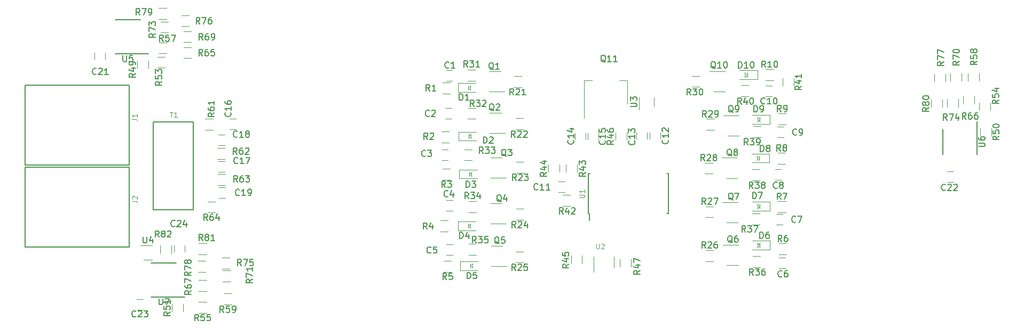
<source format=gto>
G04 #@! TF.GenerationSoftware,KiCad,Pcbnew,5.0.2-bee76a0~70~ubuntu16.04.1*
G04 #@! TF.CreationDate,2019-03-18T14:36:24-04:00*
G04 #@! TF.ProjectId,BMS_peripheral,424d535f-7065-4726-9970-686572616c2e,rev?*
G04 #@! TF.SameCoordinates,Original*
G04 #@! TF.FileFunction,Legend,Top*
G04 #@! TF.FilePolarity,Positive*
%FSLAX46Y46*%
G04 Gerber Fmt 4.6, Leading zero omitted, Abs format (unit mm)*
G04 Created by KiCad (PCBNEW 5.0.2-bee76a0~70~ubuntu16.04.1) date Mon 18 Mar 2019 02:36:24 PM EDT*
%MOMM*%
%LPD*%
G01*
G04 APERTURE LIST*
%ADD10C,0.120000*%
%ADD11C,0.150000*%
%ADD12C,0.100000*%
G04 APERTURE END LIST*
D10*
G04 #@! TO.C,R4*
X110819600Y-56041400D02*
X112019600Y-56041400D01*
X112019600Y-57801400D02*
X110819600Y-57801400D01*
G04 #@! TO.C,C3*
X112022000Y-44743000D02*
X111022000Y-44743000D01*
X111022000Y-46443000D02*
X112022000Y-46443000D01*
G04 #@! TO.C,Q9*
X156345000Y-42505000D02*
X158145000Y-42505000D01*
X158145000Y-39285000D02*
X155695000Y-39285000D01*
G04 #@! TO.C,Q8*
X157891000Y-46053000D02*
X155441000Y-46053000D01*
X156091000Y-49273000D02*
X157891000Y-49273000D01*
G04 #@! TO.C,Q6*
X158013000Y-59936000D02*
X155563000Y-59936000D01*
X156213000Y-63156000D02*
X158013000Y-63156000D01*
G04 #@! TO.C,Q10*
X155913000Y-32292500D02*
X153463000Y-32292500D01*
X154113000Y-35512500D02*
X155913000Y-35512500D01*
G04 #@! TO.C,Q5*
X120630500Y-60104000D02*
X118830500Y-60104000D01*
X118830500Y-63324000D02*
X121280500Y-63324000D01*
G04 #@! TO.C,Q7*
X156191000Y-56334000D02*
X157991000Y-56334000D01*
X157991000Y-53114000D02*
X155541000Y-53114000D01*
G04 #@! TO.C,Q2*
X118625500Y-42154000D02*
X121075500Y-42154000D01*
X120425500Y-38934000D02*
X118625500Y-38934000D01*
G04 #@! TO.C,Q1*
X120330500Y-32324000D02*
X118530500Y-32324000D01*
X118530500Y-35544000D02*
X120980500Y-35544000D01*
G04 #@! TO.C,Q3*
X120530500Y-46034000D02*
X118730500Y-46034000D01*
X118730500Y-49254000D02*
X121180500Y-49254000D01*
G04 #@! TO.C,Q11*
X140410000Y-33740000D02*
X139150000Y-33740000D01*
X133590000Y-33740000D02*
X134850000Y-33740000D01*
X140410000Y-37500000D02*
X140410000Y-33740000D01*
X133590000Y-39750000D02*
X133590000Y-33740000D01*
D11*
G04 #@! TO.C,T1*
X65224677Y-54327043D02*
X65224677Y-40357043D01*
X71574677Y-40357043D02*
X71574677Y-54327043D01*
X65224677Y-40357043D02*
X71574677Y-40357043D01*
X71574677Y-54327043D02*
X65224677Y-54327043D01*
G04 #@! TO.C,U1*
X134214000Y-54927500D02*
X134389000Y-54927500D01*
X134214000Y-48577500D02*
X134471500Y-48577500D01*
X146964000Y-48577500D02*
X146706500Y-48577500D01*
X146964000Y-54927500D02*
X146706500Y-54927500D01*
X134214000Y-54927500D02*
X134214000Y-48577500D01*
X146964000Y-54927500D02*
X146964000Y-48577500D01*
X134389000Y-54927500D02*
X134389000Y-56002500D01*
D10*
G04 #@! TO.C,C1*
X111700000Y-33800000D02*
X112700000Y-33800000D01*
X112700000Y-32100000D02*
X111700000Y-32100000D01*
G04 #@! TO.C,R1*
X112300000Y-35830000D02*
X111100000Y-35830000D01*
X111100000Y-34070000D02*
X112300000Y-34070000D01*
G04 #@! TO.C,R21*
X122450000Y-33070000D02*
X123650000Y-33070000D01*
X123650000Y-34830000D02*
X122450000Y-34830000D01*
G04 #@! TO.C,R31*
X115150000Y-32020000D02*
X116350000Y-32020000D01*
X116350000Y-33780000D02*
X115150000Y-33780000D01*
D12*
G04 #@! TO.C,D1*
X115200000Y-35250000D02*
X115200000Y-34900000D01*
X115200000Y-34900000D02*
X115200000Y-34550000D01*
X115550000Y-35250000D02*
X115200000Y-34900000D01*
X115550000Y-35200000D02*
X115550000Y-35250000D01*
X115550000Y-35250000D02*
X115550000Y-35200000D01*
X115550000Y-34550000D02*
X115550000Y-35200000D01*
X115500000Y-34600000D02*
X115550000Y-34550000D01*
X115200000Y-34900000D02*
X115500000Y-34600000D01*
D10*
X113600000Y-34200000D02*
X113600000Y-35600000D01*
X113600000Y-35600000D02*
X116400000Y-35600000D01*
X113600000Y-34200000D02*
X116400000Y-34200000D01*
G04 #@! TO.C,U2*
X138310000Y-63550000D02*
X138310000Y-61750000D01*
X135090000Y-61750000D02*
X135090000Y-64200000D01*
G04 #@! TO.C,R58*
X194446000Y-33808000D02*
X194446000Y-32608000D01*
X196206000Y-32608000D02*
X196206000Y-33808000D01*
G04 #@! TO.C,R70*
X193412000Y-32608000D02*
X193412000Y-33808000D01*
X191652000Y-33808000D02*
X191652000Y-32608000D01*
G04 #@! TO.C,R77*
X189112000Y-33940000D02*
X189112000Y-32740000D01*
X190872000Y-32740000D02*
X190872000Y-33940000D01*
G04 #@! TO.C,R50*
X196420000Y-42550000D02*
X196420000Y-41350000D01*
X198180000Y-41350000D02*
X198180000Y-42550000D01*
G04 #@! TO.C,R54*
X197984000Y-37312000D02*
X197984000Y-38512000D01*
X196224000Y-38512000D02*
X196224000Y-37312000D01*
G04 #@! TO.C,R66*
X193684000Y-37496000D02*
X193684000Y-36296000D01*
X195444000Y-36296000D02*
X195444000Y-37496000D01*
G04 #@! TO.C,R74*
X192904000Y-36738000D02*
X192904000Y-37938000D01*
X191144000Y-37938000D02*
X191144000Y-36738000D01*
G04 #@! TO.C,R80*
X188604000Y-38004000D02*
X188604000Y-36804000D01*
X190364000Y-36804000D02*
X190364000Y-38004000D01*
G04 #@! TO.C,C22*
X191127000Y-49872000D02*
X192127000Y-49872000D01*
X192127000Y-48172000D02*
X191127000Y-48172000D01*
G04 #@! TO.C,C2*
X111593500Y-39839000D02*
X112593500Y-39839000D01*
X112593500Y-38139000D02*
X111593500Y-38139000D01*
G04 #@! TO.C,C4*
X112750000Y-52750000D02*
X111750000Y-52750000D01*
X111750000Y-54450000D02*
X112750000Y-54450000D01*
G04 #@! TO.C,C5*
X111750000Y-61500000D02*
X112750000Y-61500000D01*
X112750000Y-59800000D02*
X111750000Y-59800000D01*
D12*
G04 #@! TO.C,D2*
X115263500Y-42958500D02*
X115263500Y-42608500D01*
X115263500Y-42608500D02*
X115263500Y-42258500D01*
X115613500Y-42958500D02*
X115263500Y-42608500D01*
X115613500Y-42908500D02*
X115613500Y-42958500D01*
X115613500Y-42958500D02*
X115613500Y-42908500D01*
X115613500Y-42258500D02*
X115613500Y-42908500D01*
X115563500Y-42308500D02*
X115613500Y-42258500D01*
X115263500Y-42608500D02*
X115563500Y-42308500D01*
D10*
X113663500Y-41908500D02*
X113663500Y-43308500D01*
X113663500Y-43308500D02*
X116463500Y-43308500D01*
X113663500Y-41908500D02*
X116463500Y-41908500D01*
G04 #@! TO.C,R2*
X110967000Y-41855500D02*
X112167000Y-41855500D01*
X112167000Y-43615500D02*
X110967000Y-43615500D01*
G04 #@! TO.C,R22*
X122700000Y-39770000D02*
X123900000Y-39770000D01*
X123900000Y-41530000D02*
X122700000Y-41530000D01*
G04 #@! TO.C,R32*
X116350000Y-39869000D02*
X115150000Y-39869000D01*
X115150000Y-38109000D02*
X116350000Y-38109000D01*
D12*
G04 #@! TO.C,D3*
X115400000Y-49000000D02*
X115400000Y-48650000D01*
X115400000Y-48650000D02*
X115400000Y-48300000D01*
X115750000Y-49000000D02*
X115400000Y-48650000D01*
X115750000Y-48950000D02*
X115750000Y-49000000D01*
X115750000Y-49000000D02*
X115750000Y-48950000D01*
X115750000Y-48300000D02*
X115750000Y-48950000D01*
X115700000Y-48350000D02*
X115750000Y-48300000D01*
X115400000Y-48650000D02*
X115700000Y-48350000D01*
D10*
X113800000Y-47950000D02*
X113800000Y-49350000D01*
X113800000Y-49350000D02*
X116600000Y-49350000D01*
X113800000Y-47950000D02*
X116600000Y-47950000D01*
G04 #@! TO.C,R3*
X111150000Y-47770000D02*
X112350000Y-47770000D01*
X112350000Y-49530000D02*
X111150000Y-49530000D01*
G04 #@! TO.C,R23*
X124050000Y-48430000D02*
X122850000Y-48430000D01*
X122850000Y-46670000D02*
X124050000Y-46670000D01*
G04 #@! TO.C,R33*
X114586500Y-44713000D02*
X115786500Y-44713000D01*
X115786500Y-46473000D02*
X114586500Y-46473000D01*
G04 #@! TO.C,Q4*
X118734000Y-56510000D02*
X121184000Y-56510000D01*
X120534000Y-53290000D02*
X118734000Y-53290000D01*
G04 #@! TO.C,R24*
X122800000Y-54170000D02*
X124000000Y-54170000D01*
X124000000Y-55930000D02*
X122800000Y-55930000D01*
G04 #@! TO.C,R34*
X116500000Y-54730000D02*
X115300000Y-54730000D01*
X115300000Y-52970000D02*
X116500000Y-52970000D01*
D12*
G04 #@! TO.C,D4*
X115209800Y-57220600D02*
X115209800Y-56870600D01*
X115209800Y-56870600D02*
X115209800Y-56520600D01*
X115559800Y-57220600D02*
X115209800Y-56870600D01*
X115559800Y-57170600D02*
X115559800Y-57220600D01*
X115559800Y-57220600D02*
X115559800Y-57170600D01*
X115559800Y-56520600D02*
X115559800Y-57170600D01*
X115509800Y-56570600D02*
X115559800Y-56520600D01*
X115209800Y-56870600D02*
X115509800Y-56570600D01*
D10*
X113609800Y-56170600D02*
X113609800Y-57570600D01*
X113609800Y-57570600D02*
X116409800Y-57570600D01*
X113609800Y-56170600D02*
X116409800Y-56170600D01*
D12*
G04 #@! TO.C,D5*
X115504800Y-63570600D02*
X115504800Y-63220600D01*
X115504800Y-63220600D02*
X115504800Y-62870600D01*
X115854800Y-63570600D02*
X115504800Y-63220600D01*
X115854800Y-63520600D02*
X115854800Y-63570600D01*
X115854800Y-63570600D02*
X115854800Y-63520600D01*
X115854800Y-62870600D02*
X115854800Y-63520600D01*
X115804800Y-62920600D02*
X115854800Y-62870600D01*
X115504800Y-63220600D02*
X115804800Y-62920600D01*
D10*
X113904800Y-62520600D02*
X113904800Y-63920600D01*
X113904800Y-63920600D02*
X116704800Y-63920600D01*
X113904800Y-62520600D02*
X116704800Y-62520600D01*
G04 #@! TO.C,R5*
X111327600Y-62416800D02*
X112527600Y-62416800D01*
X112527600Y-64176800D02*
X111327600Y-64176800D01*
G04 #@! TO.C,R25*
X122750000Y-60970000D02*
X123950000Y-60970000D01*
X123950000Y-62730000D02*
X122750000Y-62730000D01*
G04 #@! TO.C,R35*
X116500000Y-61530000D02*
X115300000Y-61530000D01*
X115300000Y-59770000D02*
X116500000Y-59770000D01*
G04 #@! TO.C,C11*
X130550000Y-49800000D02*
X129550000Y-49800000D01*
X129550000Y-51500000D02*
X130550000Y-51500000D01*
G04 #@! TO.C,R42*
X130210000Y-51952000D02*
X131410000Y-51952000D01*
X131410000Y-53712000D02*
X130210000Y-53712000D01*
G04 #@! TO.C,R45*
X131517500Y-62832500D02*
X131517500Y-61632500D01*
X133277500Y-61632500D02*
X133277500Y-62832500D01*
G04 #@! TO.C,R47*
X139264500Y-63404000D02*
X139264500Y-62204000D01*
X141024500Y-62204000D02*
X141024500Y-63404000D01*
G04 #@! TO.C,R43*
X130692000Y-48286000D02*
X130692000Y-47086000D01*
X132452000Y-47086000D02*
X132452000Y-48286000D01*
G04 #@! TO.C,R44*
X129658000Y-47086000D02*
X129658000Y-48286000D01*
X127898000Y-48286000D02*
X127898000Y-47086000D01*
G04 #@! TO.C,C14*
X133850000Y-43100000D02*
X133850000Y-42100000D01*
X132150000Y-42100000D02*
X132150000Y-43100000D01*
G04 #@! TO.C,C15*
X135850000Y-43150000D02*
X135850000Y-42150000D01*
X134150000Y-42150000D02*
X134150000Y-43150000D01*
G04 #@! TO.C,R46*
X140330000Y-42050000D02*
X140330000Y-43250000D01*
X138570000Y-43250000D02*
X138570000Y-42050000D01*
G04 #@! TO.C,C12*
X145700000Y-43050000D02*
X145700000Y-42050000D01*
X144000000Y-42050000D02*
X144000000Y-43050000D01*
G04 #@! TO.C,C13*
X141850000Y-42050000D02*
X141850000Y-43050000D01*
X143550000Y-43050000D02*
X143550000Y-42050000D01*
G04 #@! TO.C,C6*
X165520500Y-61888000D02*
X164520500Y-61888000D01*
X164520500Y-63588000D02*
X165520500Y-63588000D01*
G04 #@! TO.C,C7*
X164050000Y-56700000D02*
X165050000Y-56700000D01*
X165050000Y-55000000D02*
X164050000Y-55000000D01*
G04 #@! TO.C,C8*
X164850000Y-47850000D02*
X163850000Y-47850000D01*
X163850000Y-49550000D02*
X164850000Y-49550000D01*
G04 #@! TO.C,C9*
X165250000Y-41100000D02*
X164250000Y-41100000D01*
X164250000Y-42800000D02*
X165250000Y-42800000D01*
G04 #@! TO.C,C10*
X162348800Y-36308400D02*
X163348800Y-36308400D01*
X163348800Y-34608400D02*
X162348800Y-34608400D01*
G04 #@! TO.C,R10*
X162400000Y-31970000D02*
X163600000Y-31970000D01*
X163600000Y-33730000D02*
X162400000Y-33730000D01*
G04 #@! TO.C,R30*
X151900000Y-34780000D02*
X150700000Y-34780000D01*
X150700000Y-33020000D02*
X151900000Y-33020000D01*
G04 #@! TO.C,R40*
X158470000Y-34527600D02*
X159670000Y-34527600D01*
X159670000Y-36287600D02*
X158470000Y-36287600D01*
G04 #@! TO.C,R41*
X165070000Y-34600000D02*
X165070000Y-33400000D01*
X166830000Y-33400000D02*
X166830000Y-34600000D01*
G04 #@! TO.C,R9*
X164400000Y-39020000D02*
X165600000Y-39020000D01*
X165600000Y-40780000D02*
X164400000Y-40780000D01*
G04 #@! TO.C,R29*
X154200000Y-41630000D02*
X153000000Y-41630000D01*
X153000000Y-39870000D02*
X154200000Y-39870000D01*
G04 #@! TO.C,R39*
X161600000Y-42780000D02*
X160400000Y-42780000D01*
X160400000Y-41020000D02*
X161600000Y-41020000D01*
G04 #@! TO.C,R8*
X165507000Y-47044500D02*
X164307000Y-47044500D01*
X164307000Y-45284500D02*
X165507000Y-45284500D01*
G04 #@! TO.C,R28*
X152750000Y-46820000D02*
X153950000Y-46820000D01*
X153950000Y-48580000D02*
X152750000Y-48580000D01*
G04 #@! TO.C,R38*
X161450000Y-49630000D02*
X160250000Y-49630000D01*
X160250000Y-47870000D02*
X161450000Y-47870000D01*
G04 #@! TO.C,R7*
X165550000Y-54730000D02*
X164350000Y-54730000D01*
X164350000Y-52970000D02*
X165550000Y-52970000D01*
G04 #@! TO.C,R27*
X154100000Y-55530000D02*
X152900000Y-55530000D01*
X152900000Y-53770000D02*
X154100000Y-53770000D01*
G04 #@! TO.C,R37*
X160250000Y-54920000D02*
X161450000Y-54920000D01*
X161450000Y-56680000D02*
X160250000Y-56680000D01*
G04 #@! TO.C,R6*
X165700000Y-61430000D02*
X164500000Y-61430000D01*
X164500000Y-59670000D02*
X165700000Y-59670000D01*
G04 #@! TO.C,R26*
X152900000Y-60720000D02*
X154100000Y-60720000D01*
X154100000Y-62480000D02*
X152900000Y-62480000D01*
G04 #@! TO.C,R36*
X161550000Y-63430000D02*
X160350000Y-63430000D01*
X160350000Y-61670000D02*
X161550000Y-61670000D01*
G04 #@! TO.C,D6*
X163069500Y-60644000D02*
X160269500Y-60644000D01*
X163069500Y-59244000D02*
X160269500Y-59244000D01*
X163069500Y-60644000D02*
X163069500Y-59244000D01*
D12*
X161469500Y-59944000D02*
X161169500Y-60244000D01*
X161169500Y-60244000D02*
X161119500Y-60294000D01*
X161119500Y-60294000D02*
X161119500Y-59644000D01*
X161119500Y-59594000D02*
X161119500Y-59644000D01*
X161119500Y-59644000D02*
X161119500Y-59594000D01*
X161119500Y-59594000D02*
X161469500Y-59944000D01*
X161469500Y-59944000D02*
X161469500Y-60294000D01*
X161469500Y-59594000D02*
X161469500Y-59944000D01*
G04 #@! TO.C,D7*
X161450000Y-53400000D02*
X161450000Y-53750000D01*
X161450000Y-53750000D02*
X161450000Y-54100000D01*
X161100000Y-53400000D02*
X161450000Y-53750000D01*
X161100000Y-53450000D02*
X161100000Y-53400000D01*
X161100000Y-53400000D02*
X161100000Y-53450000D01*
X161100000Y-54100000D02*
X161100000Y-53450000D01*
X161150000Y-54050000D02*
X161100000Y-54100000D01*
X161450000Y-53750000D02*
X161150000Y-54050000D01*
D10*
X163050000Y-54450000D02*
X163050000Y-53050000D01*
X163050000Y-53050000D02*
X160250000Y-53050000D01*
X163050000Y-54450000D02*
X160250000Y-54450000D01*
G04 #@! TO.C,D8*
X162942500Y-46801000D02*
X160142500Y-46801000D01*
X162942500Y-45401000D02*
X160142500Y-45401000D01*
X162942500Y-46801000D02*
X162942500Y-45401000D01*
D12*
X161342500Y-46101000D02*
X161042500Y-46401000D01*
X161042500Y-46401000D02*
X160992500Y-46451000D01*
X160992500Y-46451000D02*
X160992500Y-45801000D01*
X160992500Y-45751000D02*
X160992500Y-45801000D01*
X160992500Y-45801000D02*
X160992500Y-45751000D01*
X160992500Y-45751000D02*
X161342500Y-46101000D01*
X161342500Y-46101000D02*
X161342500Y-46451000D01*
X161342500Y-45751000D02*
X161342500Y-46101000D01*
G04 #@! TO.C,D9*
X161450000Y-39600000D02*
X161450000Y-39950000D01*
X161450000Y-39950000D02*
X161450000Y-40300000D01*
X161100000Y-39600000D02*
X161450000Y-39950000D01*
X161100000Y-39650000D02*
X161100000Y-39600000D01*
X161100000Y-39600000D02*
X161100000Y-39650000D01*
X161100000Y-40300000D02*
X161100000Y-39650000D01*
X161150000Y-40250000D02*
X161100000Y-40300000D01*
X161450000Y-39950000D02*
X161150000Y-40250000D01*
D10*
X163050000Y-40650000D02*
X163050000Y-39250000D01*
X163050000Y-39250000D02*
X160250000Y-39250000D01*
X163050000Y-40650000D02*
X160250000Y-40650000D01*
D12*
G04 #@! TO.C,D10*
X159450000Y-32500000D02*
X159450000Y-32850000D01*
X159450000Y-32850000D02*
X159450000Y-33200000D01*
X159100000Y-32500000D02*
X159450000Y-32850000D01*
X159100000Y-32550000D02*
X159100000Y-32500000D01*
X159100000Y-32500000D02*
X159100000Y-32550000D01*
X159100000Y-33200000D02*
X159100000Y-32550000D01*
X159150000Y-33150000D02*
X159100000Y-33200000D01*
X159450000Y-32850000D02*
X159150000Y-33150000D01*
D10*
X161050000Y-33550000D02*
X161050000Y-32150000D01*
X161050000Y-32150000D02*
X158250000Y-32150000D01*
X161050000Y-33550000D02*
X158250000Y-33550000D01*
G04 #@! TO.C,C21*
X57619000Y-30329000D02*
X57619000Y-29329000D01*
X55919000Y-29329000D02*
X55919000Y-30329000D01*
G04 #@! TO.C,R49*
X62747000Y-31781000D02*
X62747000Y-30581000D01*
X64507000Y-30581000D02*
X64507000Y-31781000D01*
G04 #@! TO.C,R53*
X65887000Y-29981000D02*
X67087000Y-29981000D01*
X67087000Y-31741000D02*
X65887000Y-31741000D01*
G04 #@! TO.C,R65*
X71273000Y-30217000D02*
X70073000Y-30217000D01*
X70073000Y-28457000D02*
X71273000Y-28457000D01*
G04 #@! TO.C,R73*
X66395000Y-24393000D02*
X67595000Y-24393000D01*
X67595000Y-26153000D02*
X66395000Y-26153000D01*
G04 #@! TO.C,R79*
X66136000Y-22234000D02*
X67336000Y-22234000D01*
X67336000Y-23994000D02*
X66136000Y-23994000D01*
G04 #@! TO.C,R57*
X67341000Y-29455000D02*
X66141000Y-29455000D01*
X66141000Y-27695000D02*
X67341000Y-27695000D01*
G04 #@! TO.C,R69*
X70073000Y-25917000D02*
X71273000Y-25917000D01*
X71273000Y-27677000D02*
X70073000Y-27677000D01*
G04 #@! TO.C,R76*
X69697000Y-23377000D02*
X70897000Y-23377000D01*
X70897000Y-25137000D02*
X69697000Y-25137000D01*
G04 #@! TO.C,C23*
X62627380Y-70255500D02*
X63627380Y-70255500D01*
X63627380Y-68555500D02*
X62627380Y-68555500D01*
G04 #@! TO.C,C24*
X68517380Y-59963500D02*
X68517380Y-60963500D01*
X70217380Y-60963500D02*
X70217380Y-59963500D01*
G04 #@! TO.C,R82*
X68147380Y-60013500D02*
X68147380Y-61213500D01*
X66387380Y-61213500D02*
X66387380Y-60013500D01*
G04 #@! TO.C,R55*
X73683380Y-70730000D02*
X72483380Y-70730000D01*
X72483380Y-68970000D02*
X73683380Y-68970000D01*
G04 #@! TO.C,R67*
X72483380Y-65477500D02*
X73683380Y-65477500D01*
X73683380Y-67237500D02*
X72483380Y-67237500D01*
G04 #@! TO.C,R75*
X77361380Y-63681500D02*
X76161380Y-63681500D01*
X76161380Y-61921500D02*
X77361380Y-61921500D01*
G04 #@! TO.C,R81*
X72483380Y-59635500D02*
X73683380Y-59635500D01*
X73683380Y-61395500D02*
X72483380Y-61395500D01*
G04 #@! TO.C,R51*
X69997380Y-69313500D02*
X69997380Y-70513500D01*
X68237380Y-70513500D02*
X68237380Y-69313500D01*
G04 #@! TO.C,R59*
X76483880Y-67636500D02*
X77683880Y-67636500D01*
X77683880Y-69396500D02*
X76483880Y-69396500D01*
G04 #@! TO.C,R71*
X77493380Y-65713500D02*
X76293380Y-65713500D01*
X76293380Y-63953500D02*
X77493380Y-63953500D01*
G04 #@! TO.C,R78*
X72351380Y-62429500D02*
X73551380Y-62429500D01*
X73551380Y-64189500D02*
X72351380Y-64189500D01*
G04 #@! TO.C,C16*
X78354000Y-39836500D02*
X77354000Y-39836500D01*
X77354000Y-41536500D02*
X78354000Y-41536500D01*
G04 #@! TO.C,R61*
X74704000Y-41616500D02*
X73504000Y-41616500D01*
X73504000Y-39856500D02*
X74704000Y-39856500D01*
G04 #@! TO.C,C17*
X75604000Y-48336500D02*
X76604000Y-48336500D01*
X76604000Y-46636500D02*
X75604000Y-46636500D01*
G04 #@! TO.C,C18*
X76604000Y-42336500D02*
X75604000Y-42336500D01*
X75604000Y-44036500D02*
X76604000Y-44036500D01*
G04 #@! TO.C,R62*
X76604000Y-46266500D02*
X75404000Y-46266500D01*
X75404000Y-44506500D02*
X76604000Y-44506500D01*
G04 #@! TO.C,R63*
X76704000Y-50416500D02*
X75504000Y-50416500D01*
X75504000Y-48656500D02*
X76704000Y-48656500D01*
G04 #@! TO.C,C19*
X76704000Y-50736500D02*
X75704000Y-50736500D01*
X75704000Y-52436500D02*
X76704000Y-52436500D01*
G04 #@! TO.C,R64*
X73904000Y-53006500D02*
X75104000Y-53006500D01*
X75104000Y-54766500D02*
X73904000Y-54766500D01*
G04 #@! TO.C,U4*
X65114400Y-59977800D02*
X63214400Y-59977800D01*
X63714400Y-62297800D02*
X65114400Y-62297800D01*
G04 #@! TO.C,U3*
X142335000Y-36450000D02*
X142335000Y-38350000D01*
X144655000Y-37850000D02*
X144655000Y-36450000D01*
D11*
G04 #@! TO.C,U5*
X63214000Y-24122000D02*
X59214000Y-24122000D01*
X64489000Y-29522000D02*
X59214000Y-29522000D01*
G04 #@! TO.C,U6*
X195892000Y-40222500D02*
X195892000Y-45497500D01*
X190492000Y-41497500D02*
X190492000Y-45497500D01*
G04 #@! TO.C,U7*
X68929000Y-62793500D02*
X64929000Y-62793500D01*
X70204000Y-68193500D02*
X64929000Y-68193500D01*
G04 #@! TO.C,J1*
X61401960Y-47216060D02*
X44891960Y-47216060D01*
X61401960Y-34516060D02*
X61401960Y-47216060D01*
X44891960Y-34516060D02*
X61401960Y-34516060D01*
X44891960Y-47216060D02*
X44891960Y-34516060D01*
G04 #@! TO.C,J2*
X44914820Y-60251340D02*
X44914820Y-47551340D01*
X44914820Y-47551340D02*
X61424820Y-47551340D01*
X61424820Y-47551340D02*
X61424820Y-60251340D01*
X61424820Y-60251340D02*
X44914820Y-60251340D01*
G04 #@! TO.C,R4*
X108682493Y-57383940D02*
X108349160Y-56907750D01*
X108111064Y-57383940D02*
X108111064Y-56383940D01*
X108492017Y-56383940D01*
X108587255Y-56431560D01*
X108634874Y-56479179D01*
X108682493Y-56574417D01*
X108682493Y-56717274D01*
X108634874Y-56812512D01*
X108587255Y-56860131D01*
X108492017Y-56907750D01*
X108111064Y-56907750D01*
X109539636Y-56717274D02*
X109539636Y-57383940D01*
X109301540Y-56336321D02*
X109063445Y-57050607D01*
X109682493Y-57050607D01*
G04 #@! TO.C,C3*
X108446273Y-45752022D02*
X108398654Y-45799641D01*
X108255797Y-45847260D01*
X108160559Y-45847260D01*
X108017701Y-45799641D01*
X107922463Y-45704403D01*
X107874844Y-45609165D01*
X107827225Y-45418689D01*
X107827225Y-45275832D01*
X107874844Y-45085356D01*
X107922463Y-44990118D01*
X108017701Y-44894880D01*
X108160559Y-44847260D01*
X108255797Y-44847260D01*
X108398654Y-44894880D01*
X108446273Y-44942499D01*
X108779606Y-44847260D02*
X109398654Y-44847260D01*
X109065320Y-45228213D01*
X109208178Y-45228213D01*
X109303416Y-45275832D01*
X109351035Y-45323451D01*
X109398654Y-45418689D01*
X109398654Y-45656784D01*
X109351035Y-45752022D01*
X109303416Y-45799641D01*
X109208178Y-45847260D01*
X108922463Y-45847260D01*
X108827225Y-45799641D01*
X108779606Y-45752022D01*
G04 #@! TO.C,Q9*
X157204761Y-38847619D02*
X157109523Y-38800000D01*
X157014285Y-38704761D01*
X156871428Y-38561904D01*
X156776190Y-38514285D01*
X156680952Y-38514285D01*
X156728571Y-38752380D02*
X156633333Y-38704761D01*
X156538095Y-38609523D01*
X156490476Y-38419047D01*
X156490476Y-38085714D01*
X156538095Y-37895238D01*
X156633333Y-37800000D01*
X156728571Y-37752380D01*
X156919047Y-37752380D01*
X157014285Y-37800000D01*
X157109523Y-37895238D01*
X157157142Y-38085714D01*
X157157142Y-38419047D01*
X157109523Y-38609523D01*
X157014285Y-38704761D01*
X156919047Y-38752380D01*
X156728571Y-38752380D01*
X157633333Y-38752380D02*
X157823809Y-38752380D01*
X157919047Y-38704761D01*
X157966666Y-38657142D01*
X158061904Y-38514285D01*
X158109523Y-38323809D01*
X158109523Y-37942857D01*
X158061904Y-37847619D01*
X158014285Y-37800000D01*
X157919047Y-37752380D01*
X157728571Y-37752380D01*
X157633333Y-37800000D01*
X157585714Y-37847619D01*
X157538095Y-37942857D01*
X157538095Y-38180952D01*
X157585714Y-38276190D01*
X157633333Y-38323809D01*
X157728571Y-38371428D01*
X157919047Y-38371428D01*
X158014285Y-38323809D01*
X158061904Y-38276190D01*
X158109523Y-38180952D01*
G04 #@! TO.C,Q8*
X157004761Y-45747619D02*
X156909523Y-45700000D01*
X156814285Y-45604761D01*
X156671428Y-45461904D01*
X156576190Y-45414285D01*
X156480952Y-45414285D01*
X156528571Y-45652380D02*
X156433333Y-45604761D01*
X156338095Y-45509523D01*
X156290476Y-45319047D01*
X156290476Y-44985714D01*
X156338095Y-44795238D01*
X156433333Y-44700000D01*
X156528571Y-44652380D01*
X156719047Y-44652380D01*
X156814285Y-44700000D01*
X156909523Y-44795238D01*
X156957142Y-44985714D01*
X156957142Y-45319047D01*
X156909523Y-45509523D01*
X156814285Y-45604761D01*
X156719047Y-45652380D01*
X156528571Y-45652380D01*
X157528571Y-45080952D02*
X157433333Y-45033333D01*
X157385714Y-44985714D01*
X157338095Y-44890476D01*
X157338095Y-44842857D01*
X157385714Y-44747619D01*
X157433333Y-44700000D01*
X157528571Y-44652380D01*
X157719047Y-44652380D01*
X157814285Y-44700000D01*
X157861904Y-44747619D01*
X157909523Y-44842857D01*
X157909523Y-44890476D01*
X157861904Y-44985714D01*
X157814285Y-45033333D01*
X157719047Y-45080952D01*
X157528571Y-45080952D01*
X157433333Y-45128571D01*
X157385714Y-45176190D01*
X157338095Y-45271428D01*
X157338095Y-45461904D01*
X157385714Y-45557142D01*
X157433333Y-45604761D01*
X157528571Y-45652380D01*
X157719047Y-45652380D01*
X157814285Y-45604761D01*
X157861904Y-45557142D01*
X157909523Y-45461904D01*
X157909523Y-45271428D01*
X157861904Y-45176190D01*
X157814285Y-45128571D01*
X157719047Y-45080952D01*
G04 #@! TO.C,Q6*
X157104761Y-59547619D02*
X157009523Y-59500000D01*
X156914285Y-59404761D01*
X156771428Y-59261904D01*
X156676190Y-59214285D01*
X156580952Y-59214285D01*
X156628571Y-59452380D02*
X156533333Y-59404761D01*
X156438095Y-59309523D01*
X156390476Y-59119047D01*
X156390476Y-58785714D01*
X156438095Y-58595238D01*
X156533333Y-58500000D01*
X156628571Y-58452380D01*
X156819047Y-58452380D01*
X156914285Y-58500000D01*
X157009523Y-58595238D01*
X157057142Y-58785714D01*
X157057142Y-59119047D01*
X157009523Y-59309523D01*
X156914285Y-59404761D01*
X156819047Y-59452380D01*
X156628571Y-59452380D01*
X157914285Y-58452380D02*
X157723809Y-58452380D01*
X157628571Y-58500000D01*
X157580952Y-58547619D01*
X157485714Y-58690476D01*
X157438095Y-58880952D01*
X157438095Y-59261904D01*
X157485714Y-59357142D01*
X157533333Y-59404761D01*
X157628571Y-59452380D01*
X157819047Y-59452380D01*
X157914285Y-59404761D01*
X157961904Y-59357142D01*
X158009523Y-59261904D01*
X158009523Y-59023809D01*
X157961904Y-58928571D01*
X157914285Y-58880952D01*
X157819047Y-58833333D01*
X157628571Y-58833333D01*
X157533333Y-58880952D01*
X157485714Y-58928571D01*
X157438095Y-59023809D01*
G04 #@! TO.C,Q10*
X154428571Y-31847619D02*
X154333333Y-31800000D01*
X154238095Y-31704761D01*
X154095238Y-31561904D01*
X154000000Y-31514285D01*
X153904761Y-31514285D01*
X153952380Y-31752380D02*
X153857142Y-31704761D01*
X153761904Y-31609523D01*
X153714285Y-31419047D01*
X153714285Y-31085714D01*
X153761904Y-30895238D01*
X153857142Y-30800000D01*
X153952380Y-30752380D01*
X154142857Y-30752380D01*
X154238095Y-30800000D01*
X154333333Y-30895238D01*
X154380952Y-31085714D01*
X154380952Y-31419047D01*
X154333333Y-31609523D01*
X154238095Y-31704761D01*
X154142857Y-31752380D01*
X153952380Y-31752380D01*
X155333333Y-31752380D02*
X154761904Y-31752380D01*
X155047619Y-31752380D02*
X155047619Y-30752380D01*
X154952380Y-30895238D01*
X154857142Y-30990476D01*
X154761904Y-31038095D01*
X155952380Y-30752380D02*
X156047619Y-30752380D01*
X156142857Y-30800000D01*
X156190476Y-30847619D01*
X156238095Y-30942857D01*
X156285714Y-31133333D01*
X156285714Y-31371428D01*
X156238095Y-31561904D01*
X156190476Y-31657142D01*
X156142857Y-31704761D01*
X156047619Y-31752380D01*
X155952380Y-31752380D01*
X155857142Y-31704761D01*
X155809523Y-31657142D01*
X155761904Y-31561904D01*
X155714285Y-31371428D01*
X155714285Y-31133333D01*
X155761904Y-30942857D01*
X155809523Y-30847619D01*
X155857142Y-30800000D01*
X155952380Y-30752380D01*
G04 #@! TO.C,Q5*
X120115341Y-59724539D02*
X120020103Y-59676920D01*
X119924865Y-59581681D01*
X119782008Y-59438824D01*
X119686770Y-59391205D01*
X119591532Y-59391205D01*
X119639151Y-59629300D02*
X119543913Y-59581681D01*
X119448675Y-59486443D01*
X119401056Y-59295967D01*
X119401056Y-58962634D01*
X119448675Y-58772158D01*
X119543913Y-58676920D01*
X119639151Y-58629300D01*
X119829627Y-58629300D01*
X119924865Y-58676920D01*
X120020103Y-58772158D01*
X120067722Y-58962634D01*
X120067722Y-59295967D01*
X120020103Y-59486443D01*
X119924865Y-59581681D01*
X119829627Y-59629300D01*
X119639151Y-59629300D01*
X120972484Y-58629300D02*
X120496294Y-58629300D01*
X120448675Y-59105491D01*
X120496294Y-59057872D01*
X120591532Y-59010253D01*
X120829627Y-59010253D01*
X120924865Y-59057872D01*
X120972484Y-59105491D01*
X121020103Y-59200729D01*
X121020103Y-59438824D01*
X120972484Y-59534062D01*
X120924865Y-59581681D01*
X120829627Y-59629300D01*
X120591532Y-59629300D01*
X120496294Y-59581681D01*
X120448675Y-59534062D01*
G04 #@! TO.C,Q7*
X157204761Y-52747619D02*
X157109523Y-52700000D01*
X157014285Y-52604761D01*
X156871428Y-52461904D01*
X156776190Y-52414285D01*
X156680952Y-52414285D01*
X156728571Y-52652380D02*
X156633333Y-52604761D01*
X156538095Y-52509523D01*
X156490476Y-52319047D01*
X156490476Y-51985714D01*
X156538095Y-51795238D01*
X156633333Y-51700000D01*
X156728571Y-51652380D01*
X156919047Y-51652380D01*
X157014285Y-51700000D01*
X157109523Y-51795238D01*
X157157142Y-51985714D01*
X157157142Y-52319047D01*
X157109523Y-52509523D01*
X157014285Y-52604761D01*
X156919047Y-52652380D01*
X156728571Y-52652380D01*
X157490476Y-51652380D02*
X158157142Y-51652380D01*
X157728571Y-52652380D01*
G04 #@! TO.C,Q2*
X119279681Y-38556179D02*
X119184443Y-38508560D01*
X119089205Y-38413321D01*
X118946348Y-38270464D01*
X118851110Y-38222845D01*
X118755872Y-38222845D01*
X118803491Y-38460940D02*
X118708253Y-38413321D01*
X118613015Y-38318083D01*
X118565396Y-38127607D01*
X118565396Y-37794274D01*
X118613015Y-37603798D01*
X118708253Y-37508560D01*
X118803491Y-37460940D01*
X118993967Y-37460940D01*
X119089205Y-37508560D01*
X119184443Y-37603798D01*
X119232062Y-37794274D01*
X119232062Y-38127607D01*
X119184443Y-38318083D01*
X119089205Y-38413321D01*
X118993967Y-38460940D01*
X118803491Y-38460940D01*
X119613015Y-37556179D02*
X119660634Y-37508560D01*
X119755872Y-37460940D01*
X119993967Y-37460940D01*
X120089205Y-37508560D01*
X120136824Y-37556179D01*
X120184443Y-37651417D01*
X120184443Y-37746655D01*
X120136824Y-37889512D01*
X119565396Y-38460940D01*
X120184443Y-38460940D01*
G04 #@! TO.C,Q1*
X119228881Y-32013139D02*
X119133643Y-31965520D01*
X119038405Y-31870281D01*
X118895548Y-31727424D01*
X118800310Y-31679805D01*
X118705072Y-31679805D01*
X118752691Y-31917900D02*
X118657453Y-31870281D01*
X118562215Y-31775043D01*
X118514596Y-31584567D01*
X118514596Y-31251234D01*
X118562215Y-31060758D01*
X118657453Y-30965520D01*
X118752691Y-30917900D01*
X118943167Y-30917900D01*
X119038405Y-30965520D01*
X119133643Y-31060758D01*
X119181262Y-31251234D01*
X119181262Y-31584567D01*
X119133643Y-31775043D01*
X119038405Y-31870281D01*
X118943167Y-31917900D01*
X118752691Y-31917900D01*
X120133643Y-31917900D02*
X119562215Y-31917900D01*
X119847929Y-31917900D02*
X119847929Y-30917900D01*
X119752691Y-31060758D01*
X119657453Y-31155996D01*
X119562215Y-31203615D01*
G04 #@! TO.C,Q3*
X121215161Y-45802799D02*
X121119923Y-45755180D01*
X121024685Y-45659941D01*
X120881828Y-45517084D01*
X120786590Y-45469465D01*
X120691352Y-45469465D01*
X120738971Y-45707560D02*
X120643733Y-45659941D01*
X120548495Y-45564703D01*
X120500876Y-45374227D01*
X120500876Y-45040894D01*
X120548495Y-44850418D01*
X120643733Y-44755180D01*
X120738971Y-44707560D01*
X120929447Y-44707560D01*
X121024685Y-44755180D01*
X121119923Y-44850418D01*
X121167542Y-45040894D01*
X121167542Y-45374227D01*
X121119923Y-45564703D01*
X121024685Y-45659941D01*
X120929447Y-45707560D01*
X120738971Y-45707560D01*
X121500876Y-44707560D02*
X122119923Y-44707560D01*
X121786590Y-45088513D01*
X121929447Y-45088513D01*
X122024685Y-45136132D01*
X122072304Y-45183751D01*
X122119923Y-45278989D01*
X122119923Y-45517084D01*
X122072304Y-45612322D01*
X122024685Y-45659941D01*
X121929447Y-45707560D01*
X121643733Y-45707560D01*
X121548495Y-45659941D01*
X121500876Y-45612322D01*
G04 #@! TO.C,Q11*
X136974651Y-30826959D02*
X136879413Y-30779340D01*
X136784175Y-30684101D01*
X136641318Y-30541244D01*
X136546080Y-30493625D01*
X136450841Y-30493625D01*
X136498460Y-30731720D02*
X136403222Y-30684101D01*
X136307984Y-30588863D01*
X136260365Y-30398387D01*
X136260365Y-30065054D01*
X136307984Y-29874578D01*
X136403222Y-29779340D01*
X136498460Y-29731720D01*
X136688937Y-29731720D01*
X136784175Y-29779340D01*
X136879413Y-29874578D01*
X136927032Y-30065054D01*
X136927032Y-30398387D01*
X136879413Y-30588863D01*
X136784175Y-30684101D01*
X136688937Y-30731720D01*
X136498460Y-30731720D01*
X137879413Y-30731720D02*
X137307984Y-30731720D01*
X137593699Y-30731720D02*
X137593699Y-29731720D01*
X137498460Y-29874578D01*
X137403222Y-29969816D01*
X137307984Y-30017435D01*
X138831794Y-30731720D02*
X138260365Y-30731720D01*
X138546080Y-30731720D02*
X138546080Y-29731720D01*
X138450841Y-29874578D01*
X138355603Y-29969816D01*
X138260365Y-30017435D01*
G04 #@! TO.C,T1*
D10*
X67906976Y-38782044D02*
X68364119Y-38782044D01*
X68135547Y-39582044D02*
X68135547Y-38782044D01*
X69049833Y-39582044D02*
X68592690Y-39582044D01*
X68821261Y-39582044D02*
X68821261Y-38782044D01*
X68745071Y-38896330D01*
X68668880Y-38972520D01*
X68592690Y-39010616D01*
G04 #@! TO.C,U1*
X132850904Y-52362023D02*
X133498523Y-52362023D01*
X133574714Y-52323928D01*
X133612809Y-52285833D01*
X133650904Y-52209642D01*
X133650904Y-52057261D01*
X133612809Y-51981071D01*
X133574714Y-51942976D01*
X133498523Y-51904880D01*
X132850904Y-51904880D01*
X133650904Y-51104880D02*
X133650904Y-51562023D01*
X133650904Y-51333452D02*
X132850904Y-51333452D01*
X132965190Y-51409642D01*
X133041380Y-51485833D01*
X133079476Y-51562023D01*
G04 #@! TO.C,C1*
D11*
X112133333Y-31707142D02*
X112085714Y-31754761D01*
X111942857Y-31802380D01*
X111847619Y-31802380D01*
X111704761Y-31754761D01*
X111609523Y-31659523D01*
X111561904Y-31564285D01*
X111514285Y-31373809D01*
X111514285Y-31230952D01*
X111561904Y-31040476D01*
X111609523Y-30945238D01*
X111704761Y-30850000D01*
X111847619Y-30802380D01*
X111942857Y-30802380D01*
X112085714Y-30850000D01*
X112133333Y-30897619D01*
X113085714Y-31802380D02*
X112514285Y-31802380D01*
X112800000Y-31802380D02*
X112800000Y-30802380D01*
X112704761Y-30945238D01*
X112609523Y-31040476D01*
X112514285Y-31088095D01*
G04 #@! TO.C,R1*
X109111753Y-35405320D02*
X108778420Y-34929130D01*
X108540324Y-35405320D02*
X108540324Y-34405320D01*
X108921277Y-34405320D01*
X109016515Y-34452940D01*
X109064134Y-34500559D01*
X109111753Y-34595797D01*
X109111753Y-34738654D01*
X109064134Y-34833892D01*
X109016515Y-34881511D01*
X108921277Y-34929130D01*
X108540324Y-34929130D01*
X110064134Y-35405320D02*
X109492705Y-35405320D01*
X109778420Y-35405320D02*
X109778420Y-34405320D01*
X109683181Y-34548178D01*
X109587943Y-34643416D01*
X109492705Y-34691035D01*
G04 #@! TO.C,R21*
X122407142Y-36052380D02*
X122073809Y-35576190D01*
X121835714Y-36052380D02*
X121835714Y-35052380D01*
X122216666Y-35052380D01*
X122311904Y-35100000D01*
X122359523Y-35147619D01*
X122407142Y-35242857D01*
X122407142Y-35385714D01*
X122359523Y-35480952D01*
X122311904Y-35528571D01*
X122216666Y-35576190D01*
X121835714Y-35576190D01*
X122788095Y-35147619D02*
X122835714Y-35100000D01*
X122930952Y-35052380D01*
X123169047Y-35052380D01*
X123264285Y-35100000D01*
X123311904Y-35147619D01*
X123359523Y-35242857D01*
X123359523Y-35338095D01*
X123311904Y-35480952D01*
X122740476Y-36052380D01*
X123359523Y-36052380D01*
X124311904Y-36052380D02*
X123740476Y-36052380D01*
X124026190Y-36052380D02*
X124026190Y-35052380D01*
X123930952Y-35195238D01*
X123835714Y-35290476D01*
X123740476Y-35338095D01*
G04 #@! TO.C,R31*
X115107142Y-31602380D02*
X114773809Y-31126190D01*
X114535714Y-31602380D02*
X114535714Y-30602380D01*
X114916666Y-30602380D01*
X115011904Y-30650000D01*
X115059523Y-30697619D01*
X115107142Y-30792857D01*
X115107142Y-30935714D01*
X115059523Y-31030952D01*
X115011904Y-31078571D01*
X114916666Y-31126190D01*
X114535714Y-31126190D01*
X115440476Y-30602380D02*
X116059523Y-30602380D01*
X115726190Y-30983333D01*
X115869047Y-30983333D01*
X115964285Y-31030952D01*
X116011904Y-31078571D01*
X116059523Y-31173809D01*
X116059523Y-31411904D01*
X116011904Y-31507142D01*
X115964285Y-31554761D01*
X115869047Y-31602380D01*
X115583333Y-31602380D01*
X115488095Y-31554761D01*
X115440476Y-31507142D01*
X117011904Y-31602380D02*
X116440476Y-31602380D01*
X116726190Y-31602380D02*
X116726190Y-30602380D01*
X116630952Y-30745238D01*
X116535714Y-30840476D01*
X116440476Y-30888095D01*
G04 #@! TO.C,D1*
X113793044Y-36883600D02*
X113793044Y-35883600D01*
X114031140Y-35883600D01*
X114173997Y-35931220D01*
X114269235Y-36026458D01*
X114316854Y-36121696D01*
X114364473Y-36312172D01*
X114364473Y-36455029D01*
X114316854Y-36645505D01*
X114269235Y-36740743D01*
X114173997Y-36835981D01*
X114031140Y-36883600D01*
X113793044Y-36883600D01*
X115316854Y-36883600D02*
X114745425Y-36883600D01*
X115031140Y-36883600D02*
X115031140Y-35883600D01*
X114935901Y-36026458D01*
X114840663Y-36121696D01*
X114745425Y-36169315D01*
G04 #@! TO.C,U2*
D10*
X135509076Y-59706564D02*
X135509076Y-60354183D01*
X135547171Y-60430374D01*
X135585266Y-60468469D01*
X135661457Y-60506564D01*
X135813838Y-60506564D01*
X135890028Y-60468469D01*
X135928123Y-60430374D01*
X135966219Y-60354183D01*
X135966219Y-59706564D01*
X136309076Y-59782755D02*
X136347171Y-59744660D01*
X136423361Y-59706564D01*
X136613838Y-59706564D01*
X136690028Y-59744660D01*
X136728123Y-59782755D01*
X136766219Y-59858945D01*
X136766219Y-59935136D01*
X136728123Y-60049421D01*
X136270980Y-60506564D01*
X136766219Y-60506564D01*
G04 #@! TO.C,R58*
D11*
X195878380Y-30650857D02*
X195402190Y-30984190D01*
X195878380Y-31222285D02*
X194878380Y-31222285D01*
X194878380Y-30841333D01*
X194926000Y-30746095D01*
X194973619Y-30698476D01*
X195068857Y-30650857D01*
X195211714Y-30650857D01*
X195306952Y-30698476D01*
X195354571Y-30746095D01*
X195402190Y-30841333D01*
X195402190Y-31222285D01*
X194878380Y-29746095D02*
X194878380Y-30222285D01*
X195354571Y-30269904D01*
X195306952Y-30222285D01*
X195259333Y-30127047D01*
X195259333Y-29888952D01*
X195306952Y-29793714D01*
X195354571Y-29746095D01*
X195449809Y-29698476D01*
X195687904Y-29698476D01*
X195783142Y-29746095D01*
X195830761Y-29793714D01*
X195878380Y-29888952D01*
X195878380Y-30127047D01*
X195830761Y-30222285D01*
X195783142Y-30269904D01*
X195306952Y-29127047D02*
X195259333Y-29222285D01*
X195211714Y-29269904D01*
X195116476Y-29317523D01*
X195068857Y-29317523D01*
X194973619Y-29269904D01*
X194926000Y-29222285D01*
X194878380Y-29127047D01*
X194878380Y-28936571D01*
X194926000Y-28841333D01*
X194973619Y-28793714D01*
X195068857Y-28746095D01*
X195116476Y-28746095D01*
X195211714Y-28793714D01*
X195259333Y-28841333D01*
X195306952Y-28936571D01*
X195306952Y-29127047D01*
X195354571Y-29222285D01*
X195402190Y-29269904D01*
X195497428Y-29317523D01*
X195687904Y-29317523D01*
X195783142Y-29269904D01*
X195830761Y-29222285D01*
X195878380Y-29127047D01*
X195878380Y-28936571D01*
X195830761Y-28841333D01*
X195783142Y-28793714D01*
X195687904Y-28746095D01*
X195497428Y-28746095D01*
X195402190Y-28793714D01*
X195354571Y-28841333D01*
X195306952Y-28936571D01*
G04 #@! TO.C,R70*
X193084380Y-30700857D02*
X192608190Y-31034190D01*
X193084380Y-31272285D02*
X192084380Y-31272285D01*
X192084380Y-30891333D01*
X192132000Y-30796095D01*
X192179619Y-30748476D01*
X192274857Y-30700857D01*
X192417714Y-30700857D01*
X192512952Y-30748476D01*
X192560571Y-30796095D01*
X192608190Y-30891333D01*
X192608190Y-31272285D01*
X192084380Y-30367523D02*
X192084380Y-29700857D01*
X193084380Y-30129428D01*
X192084380Y-29129428D02*
X192084380Y-29034190D01*
X192132000Y-28938952D01*
X192179619Y-28891333D01*
X192274857Y-28843714D01*
X192465333Y-28796095D01*
X192703428Y-28796095D01*
X192893904Y-28843714D01*
X192989142Y-28891333D01*
X193036761Y-28938952D01*
X193084380Y-29034190D01*
X193084380Y-29129428D01*
X193036761Y-29224666D01*
X192989142Y-29272285D01*
X192893904Y-29319904D01*
X192703428Y-29367523D01*
X192465333Y-29367523D01*
X192274857Y-29319904D01*
X192179619Y-29272285D01*
X192132000Y-29224666D01*
X192084380Y-29129428D01*
G04 #@! TO.C,R77*
X190644380Y-30782857D02*
X190168190Y-31116190D01*
X190644380Y-31354285D02*
X189644380Y-31354285D01*
X189644380Y-30973333D01*
X189692000Y-30878095D01*
X189739619Y-30830476D01*
X189834857Y-30782857D01*
X189977714Y-30782857D01*
X190072952Y-30830476D01*
X190120571Y-30878095D01*
X190168190Y-30973333D01*
X190168190Y-31354285D01*
X189644380Y-30449523D02*
X189644380Y-29782857D01*
X190644380Y-30211428D01*
X189644380Y-29497142D02*
X189644380Y-28830476D01*
X190644380Y-29259047D01*
G04 #@! TO.C,R50*
X199402380Y-42592857D02*
X198926190Y-42926190D01*
X199402380Y-43164285D02*
X198402380Y-43164285D01*
X198402380Y-42783333D01*
X198450000Y-42688095D01*
X198497619Y-42640476D01*
X198592857Y-42592857D01*
X198735714Y-42592857D01*
X198830952Y-42640476D01*
X198878571Y-42688095D01*
X198926190Y-42783333D01*
X198926190Y-43164285D01*
X198402380Y-41688095D02*
X198402380Y-42164285D01*
X198878571Y-42211904D01*
X198830952Y-42164285D01*
X198783333Y-42069047D01*
X198783333Y-41830952D01*
X198830952Y-41735714D01*
X198878571Y-41688095D01*
X198973809Y-41640476D01*
X199211904Y-41640476D01*
X199307142Y-41688095D01*
X199354761Y-41735714D01*
X199402380Y-41830952D01*
X199402380Y-42069047D01*
X199354761Y-42164285D01*
X199307142Y-42211904D01*
X198402380Y-41021428D02*
X198402380Y-40926190D01*
X198450000Y-40830952D01*
X198497619Y-40783333D01*
X198592857Y-40735714D01*
X198783333Y-40688095D01*
X199021428Y-40688095D01*
X199211904Y-40735714D01*
X199307142Y-40783333D01*
X199354761Y-40830952D01*
X199402380Y-40926190D01*
X199402380Y-41021428D01*
X199354761Y-41116666D01*
X199307142Y-41164285D01*
X199211904Y-41211904D01*
X199021428Y-41259523D01*
X198783333Y-41259523D01*
X198592857Y-41211904D01*
X198497619Y-41164285D01*
X198450000Y-41116666D01*
X198402380Y-41021428D01*
G04 #@! TO.C,R54*
X199334380Y-36837857D02*
X198858190Y-37171190D01*
X199334380Y-37409285D02*
X198334380Y-37409285D01*
X198334380Y-37028333D01*
X198382000Y-36933095D01*
X198429619Y-36885476D01*
X198524857Y-36837857D01*
X198667714Y-36837857D01*
X198762952Y-36885476D01*
X198810571Y-36933095D01*
X198858190Y-37028333D01*
X198858190Y-37409285D01*
X198334380Y-35933095D02*
X198334380Y-36409285D01*
X198810571Y-36456904D01*
X198762952Y-36409285D01*
X198715333Y-36314047D01*
X198715333Y-36075952D01*
X198762952Y-35980714D01*
X198810571Y-35933095D01*
X198905809Y-35885476D01*
X199143904Y-35885476D01*
X199239142Y-35933095D01*
X199286761Y-35980714D01*
X199334380Y-36075952D01*
X199334380Y-36314047D01*
X199286761Y-36409285D01*
X199239142Y-36456904D01*
X198667714Y-35028333D02*
X199334380Y-35028333D01*
X198286761Y-35266428D02*
X199001047Y-35504523D01*
X199001047Y-34885476D01*
G04 #@! TO.C,R66*
X194134502Y-39883340D02*
X193801169Y-39407150D01*
X193563074Y-39883340D02*
X193563074Y-38883340D01*
X193944026Y-38883340D01*
X194039264Y-38930960D01*
X194086883Y-38978579D01*
X194134502Y-39073817D01*
X194134502Y-39216674D01*
X194086883Y-39311912D01*
X194039264Y-39359531D01*
X193944026Y-39407150D01*
X193563074Y-39407150D01*
X194991645Y-38883340D02*
X194801169Y-38883340D01*
X194705931Y-38930960D01*
X194658312Y-38978579D01*
X194563074Y-39121436D01*
X194515455Y-39311912D01*
X194515455Y-39692864D01*
X194563074Y-39788102D01*
X194610693Y-39835721D01*
X194705931Y-39883340D01*
X194896407Y-39883340D01*
X194991645Y-39835721D01*
X195039264Y-39788102D01*
X195086883Y-39692864D01*
X195086883Y-39454769D01*
X195039264Y-39359531D01*
X194991645Y-39311912D01*
X194896407Y-39264293D01*
X194705931Y-39264293D01*
X194610693Y-39311912D01*
X194563074Y-39359531D01*
X194515455Y-39454769D01*
X195944026Y-38883340D02*
X195753550Y-38883340D01*
X195658312Y-38930960D01*
X195610693Y-38978579D01*
X195515455Y-39121436D01*
X195467836Y-39311912D01*
X195467836Y-39692864D01*
X195515455Y-39788102D01*
X195563074Y-39835721D01*
X195658312Y-39883340D01*
X195848788Y-39883340D01*
X195944026Y-39835721D01*
X195991645Y-39788102D01*
X196039264Y-39692864D01*
X196039264Y-39454769D01*
X195991645Y-39359531D01*
X195944026Y-39311912D01*
X195848788Y-39264293D01*
X195658312Y-39264293D01*
X195563074Y-39311912D01*
X195515455Y-39359531D01*
X195467836Y-39454769D01*
G04 #@! TO.C,R74*
X191142382Y-40050980D02*
X190809049Y-39574790D01*
X190570954Y-40050980D02*
X190570954Y-39050980D01*
X190951906Y-39050980D01*
X191047144Y-39098600D01*
X191094763Y-39146219D01*
X191142382Y-39241457D01*
X191142382Y-39384314D01*
X191094763Y-39479552D01*
X191047144Y-39527171D01*
X190951906Y-39574790D01*
X190570954Y-39574790D01*
X191475716Y-39050980D02*
X192142382Y-39050980D01*
X191713811Y-40050980D01*
X192951906Y-39384314D02*
X192951906Y-40050980D01*
X192713811Y-39003361D02*
X192475716Y-39717647D01*
X193094763Y-39717647D01*
G04 #@! TO.C,R80*
X188270140Y-38079917D02*
X187793950Y-38413250D01*
X188270140Y-38651345D02*
X187270140Y-38651345D01*
X187270140Y-38270393D01*
X187317760Y-38175155D01*
X187365379Y-38127536D01*
X187460617Y-38079917D01*
X187603474Y-38079917D01*
X187698712Y-38127536D01*
X187746331Y-38175155D01*
X187793950Y-38270393D01*
X187793950Y-38651345D01*
X187698712Y-37508488D02*
X187651093Y-37603726D01*
X187603474Y-37651345D01*
X187508236Y-37698964D01*
X187460617Y-37698964D01*
X187365379Y-37651345D01*
X187317760Y-37603726D01*
X187270140Y-37508488D01*
X187270140Y-37318012D01*
X187317760Y-37222774D01*
X187365379Y-37175155D01*
X187460617Y-37127536D01*
X187508236Y-37127536D01*
X187603474Y-37175155D01*
X187651093Y-37222774D01*
X187698712Y-37318012D01*
X187698712Y-37508488D01*
X187746331Y-37603726D01*
X187793950Y-37651345D01*
X187889188Y-37698964D01*
X188079664Y-37698964D01*
X188174902Y-37651345D01*
X188222521Y-37603726D01*
X188270140Y-37508488D01*
X188270140Y-37318012D01*
X188222521Y-37222774D01*
X188174902Y-37175155D01*
X188079664Y-37127536D01*
X187889188Y-37127536D01*
X187793950Y-37175155D01*
X187746331Y-37222774D01*
X187698712Y-37318012D01*
X187270140Y-36508488D02*
X187270140Y-36413250D01*
X187317760Y-36318012D01*
X187365379Y-36270393D01*
X187460617Y-36222774D01*
X187651093Y-36175155D01*
X187889188Y-36175155D01*
X188079664Y-36222774D01*
X188174902Y-36270393D01*
X188222521Y-36318012D01*
X188270140Y-36413250D01*
X188270140Y-36508488D01*
X188222521Y-36603726D01*
X188174902Y-36651345D01*
X188079664Y-36698964D01*
X187889188Y-36746583D01*
X187651093Y-36746583D01*
X187460617Y-36698964D01*
X187365379Y-36651345D01*
X187317760Y-36603726D01*
X187270140Y-36508488D01*
G04 #@! TO.C,C22*
X190873142Y-51157142D02*
X190825523Y-51204761D01*
X190682666Y-51252380D01*
X190587428Y-51252380D01*
X190444571Y-51204761D01*
X190349333Y-51109523D01*
X190301714Y-51014285D01*
X190254095Y-50823809D01*
X190254095Y-50680952D01*
X190301714Y-50490476D01*
X190349333Y-50395238D01*
X190444571Y-50300000D01*
X190587428Y-50252380D01*
X190682666Y-50252380D01*
X190825523Y-50300000D01*
X190873142Y-50347619D01*
X191254095Y-50347619D02*
X191301714Y-50300000D01*
X191396952Y-50252380D01*
X191635047Y-50252380D01*
X191730285Y-50300000D01*
X191777904Y-50347619D01*
X191825523Y-50442857D01*
X191825523Y-50538095D01*
X191777904Y-50680952D01*
X191206476Y-51252380D01*
X191825523Y-51252380D01*
X192206476Y-50347619D02*
X192254095Y-50300000D01*
X192349333Y-50252380D01*
X192587428Y-50252380D01*
X192682666Y-50300000D01*
X192730285Y-50347619D01*
X192777904Y-50442857D01*
X192777904Y-50538095D01*
X192730285Y-50680952D01*
X192158857Y-51252380D01*
X192777904Y-51252380D01*
G04 #@! TO.C,C2*
X109035553Y-39356302D02*
X108987934Y-39403921D01*
X108845077Y-39451540D01*
X108749839Y-39451540D01*
X108606981Y-39403921D01*
X108511743Y-39308683D01*
X108464124Y-39213445D01*
X108416505Y-39022969D01*
X108416505Y-38880112D01*
X108464124Y-38689636D01*
X108511743Y-38594398D01*
X108606981Y-38499160D01*
X108749839Y-38451540D01*
X108845077Y-38451540D01*
X108987934Y-38499160D01*
X109035553Y-38546779D01*
X109416505Y-38546779D02*
X109464124Y-38499160D01*
X109559362Y-38451540D01*
X109797458Y-38451540D01*
X109892696Y-38499160D01*
X109940315Y-38546779D01*
X109987934Y-38642017D01*
X109987934Y-38737255D01*
X109940315Y-38880112D01*
X109368886Y-39451540D01*
X109987934Y-39451540D01*
G04 #@! TO.C,C4*
X111983333Y-52157142D02*
X111935714Y-52204761D01*
X111792857Y-52252380D01*
X111697619Y-52252380D01*
X111554761Y-52204761D01*
X111459523Y-52109523D01*
X111411904Y-52014285D01*
X111364285Y-51823809D01*
X111364285Y-51680952D01*
X111411904Y-51490476D01*
X111459523Y-51395238D01*
X111554761Y-51300000D01*
X111697619Y-51252380D01*
X111792857Y-51252380D01*
X111935714Y-51300000D01*
X111983333Y-51347619D01*
X112840476Y-51585714D02*
X112840476Y-52252380D01*
X112602380Y-51204761D02*
X112364285Y-51919047D01*
X112983333Y-51919047D01*
G04 #@! TO.C,C5*
X109287013Y-61106322D02*
X109239394Y-61153941D01*
X109096537Y-61201560D01*
X109001299Y-61201560D01*
X108858441Y-61153941D01*
X108763203Y-61058703D01*
X108715584Y-60963465D01*
X108667965Y-60772989D01*
X108667965Y-60630132D01*
X108715584Y-60439656D01*
X108763203Y-60344418D01*
X108858441Y-60249180D01*
X109001299Y-60201560D01*
X109096537Y-60201560D01*
X109239394Y-60249180D01*
X109287013Y-60296799D01*
X110191775Y-60201560D02*
X109715584Y-60201560D01*
X109667965Y-60677751D01*
X109715584Y-60630132D01*
X109810822Y-60582513D01*
X110048918Y-60582513D01*
X110144156Y-60630132D01*
X110191775Y-60677751D01*
X110239394Y-60772989D01*
X110239394Y-61011084D01*
X110191775Y-61106322D01*
X110144156Y-61153941D01*
X110048918Y-61201560D01*
X109810822Y-61201560D01*
X109715584Y-61153941D01*
X109667965Y-61106322D01*
G04 #@! TO.C,D2*
X117623364Y-43728900D02*
X117623364Y-42728900D01*
X117861460Y-42728900D01*
X118004317Y-42776520D01*
X118099555Y-42871758D01*
X118147174Y-42966996D01*
X118194793Y-43157472D01*
X118194793Y-43300329D01*
X118147174Y-43490805D01*
X118099555Y-43586043D01*
X118004317Y-43681281D01*
X117861460Y-43728900D01*
X117623364Y-43728900D01*
X118575745Y-42824139D02*
X118623364Y-42776520D01*
X118718602Y-42728900D01*
X118956698Y-42728900D01*
X119051936Y-42776520D01*
X119099555Y-42824139D01*
X119147174Y-42919377D01*
X119147174Y-43014615D01*
X119099555Y-43157472D01*
X118528126Y-43728900D01*
X119147174Y-43728900D01*
G04 #@! TO.C,R2*
X108779013Y-43109140D02*
X108445680Y-42632950D01*
X108207584Y-43109140D02*
X108207584Y-42109140D01*
X108588537Y-42109140D01*
X108683775Y-42156760D01*
X108731394Y-42204379D01*
X108779013Y-42299617D01*
X108779013Y-42442474D01*
X108731394Y-42537712D01*
X108683775Y-42585331D01*
X108588537Y-42632950D01*
X108207584Y-42632950D01*
X109159965Y-42204379D02*
X109207584Y-42156760D01*
X109302822Y-42109140D01*
X109540918Y-42109140D01*
X109636156Y-42156760D01*
X109683775Y-42204379D01*
X109731394Y-42299617D01*
X109731394Y-42394855D01*
X109683775Y-42537712D01*
X109112346Y-43109140D01*
X109731394Y-43109140D01*
G04 #@! TO.C,R22*
X122657142Y-42752380D02*
X122323809Y-42276190D01*
X122085714Y-42752380D02*
X122085714Y-41752380D01*
X122466666Y-41752380D01*
X122561904Y-41800000D01*
X122609523Y-41847619D01*
X122657142Y-41942857D01*
X122657142Y-42085714D01*
X122609523Y-42180952D01*
X122561904Y-42228571D01*
X122466666Y-42276190D01*
X122085714Y-42276190D01*
X123038095Y-41847619D02*
X123085714Y-41800000D01*
X123180952Y-41752380D01*
X123419047Y-41752380D01*
X123514285Y-41800000D01*
X123561904Y-41847619D01*
X123609523Y-41942857D01*
X123609523Y-42038095D01*
X123561904Y-42180952D01*
X122990476Y-42752380D01*
X123609523Y-42752380D01*
X123990476Y-41847619D02*
X124038095Y-41800000D01*
X124133333Y-41752380D01*
X124371428Y-41752380D01*
X124466666Y-41800000D01*
X124514285Y-41847619D01*
X124561904Y-41942857D01*
X124561904Y-42038095D01*
X124514285Y-42180952D01*
X123942857Y-42752380D01*
X124561904Y-42752380D01*
G04 #@! TO.C,R32*
X116133642Y-37879280D02*
X115800309Y-37403090D01*
X115562214Y-37879280D02*
X115562214Y-36879280D01*
X115943166Y-36879280D01*
X116038404Y-36926900D01*
X116086023Y-36974519D01*
X116133642Y-37069757D01*
X116133642Y-37212614D01*
X116086023Y-37307852D01*
X116038404Y-37355471D01*
X115943166Y-37403090D01*
X115562214Y-37403090D01*
X116466976Y-36879280D02*
X117086023Y-36879280D01*
X116752690Y-37260233D01*
X116895547Y-37260233D01*
X116990785Y-37307852D01*
X117038404Y-37355471D01*
X117086023Y-37450709D01*
X117086023Y-37688804D01*
X117038404Y-37784042D01*
X116990785Y-37831661D01*
X116895547Y-37879280D01*
X116609833Y-37879280D01*
X116514595Y-37831661D01*
X116466976Y-37784042D01*
X117466976Y-36974519D02*
X117514595Y-36926900D01*
X117609833Y-36879280D01*
X117847928Y-36879280D01*
X117943166Y-36926900D01*
X117990785Y-36974519D01*
X118038404Y-37069757D01*
X118038404Y-37164995D01*
X117990785Y-37307852D01*
X117419357Y-37879280D01*
X118038404Y-37879280D01*
G04 #@! TO.C,D3*
X114861904Y-50752380D02*
X114861904Y-49752380D01*
X115100000Y-49752380D01*
X115242857Y-49800000D01*
X115338095Y-49895238D01*
X115385714Y-49990476D01*
X115433333Y-50180952D01*
X115433333Y-50323809D01*
X115385714Y-50514285D01*
X115338095Y-50609523D01*
X115242857Y-50704761D01*
X115100000Y-50752380D01*
X114861904Y-50752380D01*
X115766666Y-49752380D02*
X116385714Y-49752380D01*
X116052380Y-50133333D01*
X116195238Y-50133333D01*
X116290476Y-50180952D01*
X116338095Y-50228571D01*
X116385714Y-50323809D01*
X116385714Y-50561904D01*
X116338095Y-50657142D01*
X116290476Y-50704761D01*
X116195238Y-50752380D01*
X115909523Y-50752380D01*
X115814285Y-50704761D01*
X115766666Y-50657142D01*
G04 #@! TO.C,R3*
X111583333Y-50752380D02*
X111250000Y-50276190D01*
X111011904Y-50752380D02*
X111011904Y-49752380D01*
X111392857Y-49752380D01*
X111488095Y-49800000D01*
X111535714Y-49847619D01*
X111583333Y-49942857D01*
X111583333Y-50085714D01*
X111535714Y-50180952D01*
X111488095Y-50228571D01*
X111392857Y-50276190D01*
X111011904Y-50276190D01*
X111916666Y-49752380D02*
X112535714Y-49752380D01*
X112202380Y-50133333D01*
X112345238Y-50133333D01*
X112440476Y-50180952D01*
X112488095Y-50228571D01*
X112535714Y-50323809D01*
X112535714Y-50561904D01*
X112488095Y-50657142D01*
X112440476Y-50704761D01*
X112345238Y-50752380D01*
X112059523Y-50752380D01*
X111964285Y-50704761D01*
X111916666Y-50657142D01*
G04 #@! TO.C,R23*
X122807142Y-49652380D02*
X122473809Y-49176190D01*
X122235714Y-49652380D02*
X122235714Y-48652380D01*
X122616666Y-48652380D01*
X122711904Y-48700000D01*
X122759523Y-48747619D01*
X122807142Y-48842857D01*
X122807142Y-48985714D01*
X122759523Y-49080952D01*
X122711904Y-49128571D01*
X122616666Y-49176190D01*
X122235714Y-49176190D01*
X123188095Y-48747619D02*
X123235714Y-48700000D01*
X123330952Y-48652380D01*
X123569047Y-48652380D01*
X123664285Y-48700000D01*
X123711904Y-48747619D01*
X123759523Y-48842857D01*
X123759523Y-48938095D01*
X123711904Y-49080952D01*
X123140476Y-49652380D01*
X123759523Y-49652380D01*
X124092857Y-48652380D02*
X124711904Y-48652380D01*
X124378571Y-49033333D01*
X124521428Y-49033333D01*
X124616666Y-49080952D01*
X124664285Y-49128571D01*
X124711904Y-49223809D01*
X124711904Y-49461904D01*
X124664285Y-49557142D01*
X124616666Y-49604761D01*
X124521428Y-49652380D01*
X124235714Y-49652380D01*
X124140476Y-49604761D01*
X124092857Y-49557142D01*
G04 #@! TO.C,R33*
X117568742Y-45346880D02*
X117235409Y-44870690D01*
X116997314Y-45346880D02*
X116997314Y-44346880D01*
X117378266Y-44346880D01*
X117473504Y-44394500D01*
X117521123Y-44442119D01*
X117568742Y-44537357D01*
X117568742Y-44680214D01*
X117521123Y-44775452D01*
X117473504Y-44823071D01*
X117378266Y-44870690D01*
X116997314Y-44870690D01*
X117902076Y-44346880D02*
X118521123Y-44346880D01*
X118187790Y-44727833D01*
X118330647Y-44727833D01*
X118425885Y-44775452D01*
X118473504Y-44823071D01*
X118521123Y-44918309D01*
X118521123Y-45156404D01*
X118473504Y-45251642D01*
X118425885Y-45299261D01*
X118330647Y-45346880D01*
X118044933Y-45346880D01*
X117949695Y-45299261D01*
X117902076Y-45251642D01*
X118854457Y-44346880D02*
X119473504Y-44346880D01*
X119140171Y-44727833D01*
X119283028Y-44727833D01*
X119378266Y-44775452D01*
X119425885Y-44823071D01*
X119473504Y-44918309D01*
X119473504Y-45156404D01*
X119425885Y-45251642D01*
X119378266Y-45299261D01*
X119283028Y-45346880D01*
X118997314Y-45346880D01*
X118902076Y-45299261D01*
X118854457Y-45251642D01*
G04 #@! TO.C,Q4*
X120460781Y-53031639D02*
X120365543Y-52984020D01*
X120270305Y-52888781D01*
X120127448Y-52745924D01*
X120032210Y-52698305D01*
X119936972Y-52698305D01*
X119984591Y-52936400D02*
X119889353Y-52888781D01*
X119794115Y-52793543D01*
X119746496Y-52603067D01*
X119746496Y-52269734D01*
X119794115Y-52079258D01*
X119889353Y-51984020D01*
X119984591Y-51936400D01*
X120175067Y-51936400D01*
X120270305Y-51984020D01*
X120365543Y-52079258D01*
X120413162Y-52269734D01*
X120413162Y-52603067D01*
X120365543Y-52793543D01*
X120270305Y-52888781D01*
X120175067Y-52936400D01*
X119984591Y-52936400D01*
X121270305Y-52269734D02*
X121270305Y-52936400D01*
X121032210Y-51888781D02*
X120794115Y-52603067D01*
X121413162Y-52603067D01*
G04 #@! TO.C,R24*
X122757142Y-57152380D02*
X122423809Y-56676190D01*
X122185714Y-57152380D02*
X122185714Y-56152380D01*
X122566666Y-56152380D01*
X122661904Y-56200000D01*
X122709523Y-56247619D01*
X122757142Y-56342857D01*
X122757142Y-56485714D01*
X122709523Y-56580952D01*
X122661904Y-56628571D01*
X122566666Y-56676190D01*
X122185714Y-56676190D01*
X123138095Y-56247619D02*
X123185714Y-56200000D01*
X123280952Y-56152380D01*
X123519047Y-56152380D01*
X123614285Y-56200000D01*
X123661904Y-56247619D01*
X123709523Y-56342857D01*
X123709523Y-56438095D01*
X123661904Y-56580952D01*
X123090476Y-57152380D01*
X123709523Y-57152380D01*
X124566666Y-56485714D02*
X124566666Y-57152380D01*
X124328571Y-56104761D02*
X124090476Y-56819047D01*
X124709523Y-56819047D01*
G04 #@! TO.C,R34*
X115257142Y-52552380D02*
X114923809Y-52076190D01*
X114685714Y-52552380D02*
X114685714Y-51552380D01*
X115066666Y-51552380D01*
X115161904Y-51600000D01*
X115209523Y-51647619D01*
X115257142Y-51742857D01*
X115257142Y-51885714D01*
X115209523Y-51980952D01*
X115161904Y-52028571D01*
X115066666Y-52076190D01*
X114685714Y-52076190D01*
X115590476Y-51552380D02*
X116209523Y-51552380D01*
X115876190Y-51933333D01*
X116019047Y-51933333D01*
X116114285Y-51980952D01*
X116161904Y-52028571D01*
X116209523Y-52123809D01*
X116209523Y-52361904D01*
X116161904Y-52457142D01*
X116114285Y-52504761D01*
X116019047Y-52552380D01*
X115733333Y-52552380D01*
X115638095Y-52504761D01*
X115590476Y-52457142D01*
X117066666Y-51885714D02*
X117066666Y-52552380D01*
X116828571Y-51504761D02*
X116590476Y-52219047D01*
X117209523Y-52219047D01*
G04 #@! TO.C,D4*
X113833684Y-58890160D02*
X113833684Y-57890160D01*
X114071780Y-57890160D01*
X114214637Y-57937780D01*
X114309875Y-58033018D01*
X114357494Y-58128256D01*
X114405113Y-58318732D01*
X114405113Y-58461589D01*
X114357494Y-58652065D01*
X114309875Y-58747303D01*
X114214637Y-58842541D01*
X114071780Y-58890160D01*
X113833684Y-58890160D01*
X115262256Y-58223494D02*
X115262256Y-58890160D01*
X115024160Y-57842541D02*
X114786065Y-58556827D01*
X115405113Y-58556827D01*
G04 #@! TO.C,D5*
X115016704Y-65272980D02*
X115016704Y-64272980D01*
X115254800Y-64272980D01*
X115397657Y-64320600D01*
X115492895Y-64415838D01*
X115540514Y-64511076D01*
X115588133Y-64701552D01*
X115588133Y-64844409D01*
X115540514Y-65034885D01*
X115492895Y-65130123D01*
X115397657Y-65225361D01*
X115254800Y-65272980D01*
X115016704Y-65272980D01*
X116492895Y-64272980D02*
X116016704Y-64272980D01*
X115969085Y-64749171D01*
X116016704Y-64701552D01*
X116111942Y-64653933D01*
X116350038Y-64653933D01*
X116445276Y-64701552D01*
X116492895Y-64749171D01*
X116540514Y-64844409D01*
X116540514Y-65082504D01*
X116492895Y-65177742D01*
X116445276Y-65225361D01*
X116350038Y-65272980D01*
X116111942Y-65272980D01*
X116016704Y-65225361D01*
X115969085Y-65177742D01*
G04 #@! TO.C,R5*
X111760933Y-65399180D02*
X111427600Y-64922990D01*
X111189504Y-65399180D02*
X111189504Y-64399180D01*
X111570457Y-64399180D01*
X111665695Y-64446800D01*
X111713314Y-64494419D01*
X111760933Y-64589657D01*
X111760933Y-64732514D01*
X111713314Y-64827752D01*
X111665695Y-64875371D01*
X111570457Y-64922990D01*
X111189504Y-64922990D01*
X112665695Y-64399180D02*
X112189504Y-64399180D01*
X112141885Y-64875371D01*
X112189504Y-64827752D01*
X112284742Y-64780133D01*
X112522838Y-64780133D01*
X112618076Y-64827752D01*
X112665695Y-64875371D01*
X112713314Y-64970609D01*
X112713314Y-65208704D01*
X112665695Y-65303942D01*
X112618076Y-65351561D01*
X112522838Y-65399180D01*
X112284742Y-65399180D01*
X112189504Y-65351561D01*
X112141885Y-65303942D01*
G04 #@! TO.C,R25*
X122707142Y-63952380D02*
X122373809Y-63476190D01*
X122135714Y-63952380D02*
X122135714Y-62952380D01*
X122516666Y-62952380D01*
X122611904Y-63000000D01*
X122659523Y-63047619D01*
X122707142Y-63142857D01*
X122707142Y-63285714D01*
X122659523Y-63380952D01*
X122611904Y-63428571D01*
X122516666Y-63476190D01*
X122135714Y-63476190D01*
X123088095Y-63047619D02*
X123135714Y-63000000D01*
X123230952Y-62952380D01*
X123469047Y-62952380D01*
X123564285Y-63000000D01*
X123611904Y-63047619D01*
X123659523Y-63142857D01*
X123659523Y-63238095D01*
X123611904Y-63380952D01*
X123040476Y-63952380D01*
X123659523Y-63952380D01*
X124564285Y-62952380D02*
X124088095Y-62952380D01*
X124040476Y-63428571D01*
X124088095Y-63380952D01*
X124183333Y-63333333D01*
X124421428Y-63333333D01*
X124516666Y-63380952D01*
X124564285Y-63428571D01*
X124611904Y-63523809D01*
X124611904Y-63761904D01*
X124564285Y-63857142D01*
X124516666Y-63904761D01*
X124421428Y-63952380D01*
X124183333Y-63952380D01*
X124088095Y-63904761D01*
X124040476Y-63857142D01*
G04 #@! TO.C,R35*
X116461302Y-59575960D02*
X116127969Y-59099770D01*
X115889874Y-59575960D02*
X115889874Y-58575960D01*
X116270826Y-58575960D01*
X116366064Y-58623580D01*
X116413683Y-58671199D01*
X116461302Y-58766437D01*
X116461302Y-58909294D01*
X116413683Y-59004532D01*
X116366064Y-59052151D01*
X116270826Y-59099770D01*
X115889874Y-59099770D01*
X116794636Y-58575960D02*
X117413683Y-58575960D01*
X117080350Y-58956913D01*
X117223207Y-58956913D01*
X117318445Y-59004532D01*
X117366064Y-59052151D01*
X117413683Y-59147389D01*
X117413683Y-59385484D01*
X117366064Y-59480722D01*
X117318445Y-59528341D01*
X117223207Y-59575960D01*
X116937493Y-59575960D01*
X116842255Y-59528341D01*
X116794636Y-59480722D01*
X118318445Y-58575960D02*
X117842255Y-58575960D01*
X117794636Y-59052151D01*
X117842255Y-59004532D01*
X117937493Y-58956913D01*
X118175588Y-58956913D01*
X118270826Y-59004532D01*
X118318445Y-59052151D01*
X118366064Y-59147389D01*
X118366064Y-59385484D01*
X118318445Y-59480722D01*
X118270826Y-59528341D01*
X118175588Y-59575960D01*
X117937493Y-59575960D01*
X117842255Y-59528341D01*
X117794636Y-59480722D01*
G04 #@! TO.C,C11*
X126250462Y-51045382D02*
X126202843Y-51093001D01*
X126059986Y-51140620D01*
X125964748Y-51140620D01*
X125821891Y-51093001D01*
X125726653Y-50997763D01*
X125679034Y-50902525D01*
X125631415Y-50712049D01*
X125631415Y-50569192D01*
X125679034Y-50378716D01*
X125726653Y-50283478D01*
X125821891Y-50188240D01*
X125964748Y-50140620D01*
X126059986Y-50140620D01*
X126202843Y-50188240D01*
X126250462Y-50235859D01*
X127202843Y-51140620D02*
X126631415Y-51140620D01*
X126917129Y-51140620D02*
X126917129Y-50140620D01*
X126821891Y-50283478D01*
X126726653Y-50378716D01*
X126631415Y-50426335D01*
X128155224Y-51140620D02*
X127583796Y-51140620D01*
X127869510Y-51140620D02*
X127869510Y-50140620D01*
X127774272Y-50283478D01*
X127679034Y-50378716D01*
X127583796Y-50426335D01*
G04 #@! TO.C,R42*
X130267142Y-54984380D02*
X129933809Y-54508190D01*
X129695714Y-54984380D02*
X129695714Y-53984380D01*
X130076666Y-53984380D01*
X130171904Y-54032000D01*
X130219523Y-54079619D01*
X130267142Y-54174857D01*
X130267142Y-54317714D01*
X130219523Y-54412952D01*
X130171904Y-54460571D01*
X130076666Y-54508190D01*
X129695714Y-54508190D01*
X131124285Y-54317714D02*
X131124285Y-54984380D01*
X130886190Y-53936761D02*
X130648095Y-54651047D01*
X131267142Y-54651047D01*
X131600476Y-54079619D02*
X131648095Y-54032000D01*
X131743333Y-53984380D01*
X131981428Y-53984380D01*
X132076666Y-54032000D01*
X132124285Y-54079619D01*
X132171904Y-54174857D01*
X132171904Y-54270095D01*
X132124285Y-54412952D01*
X131552857Y-54984380D01*
X132171904Y-54984380D01*
G04 #@! TO.C,R45*
X131149880Y-62975357D02*
X130673690Y-63308690D01*
X131149880Y-63546785D02*
X130149880Y-63546785D01*
X130149880Y-63165833D01*
X130197500Y-63070595D01*
X130245119Y-63022976D01*
X130340357Y-62975357D01*
X130483214Y-62975357D01*
X130578452Y-63022976D01*
X130626071Y-63070595D01*
X130673690Y-63165833D01*
X130673690Y-63546785D01*
X130483214Y-62118214D02*
X131149880Y-62118214D01*
X130102261Y-62356309D02*
X130816547Y-62594404D01*
X130816547Y-61975357D01*
X130149880Y-61118214D02*
X130149880Y-61594404D01*
X130626071Y-61642023D01*
X130578452Y-61594404D01*
X130530833Y-61499166D01*
X130530833Y-61261071D01*
X130578452Y-61165833D01*
X130626071Y-61118214D01*
X130721309Y-61070595D01*
X130959404Y-61070595D01*
X131054642Y-61118214D01*
X131102261Y-61165833D01*
X131149880Y-61261071D01*
X131149880Y-61499166D01*
X131102261Y-61594404D01*
X131054642Y-61642023D01*
G04 #@! TO.C,R47*
X142425680Y-63959977D02*
X141949490Y-64293310D01*
X142425680Y-64531405D02*
X141425680Y-64531405D01*
X141425680Y-64150453D01*
X141473300Y-64055215D01*
X141520919Y-64007596D01*
X141616157Y-63959977D01*
X141759014Y-63959977D01*
X141854252Y-64007596D01*
X141901871Y-64055215D01*
X141949490Y-64150453D01*
X141949490Y-64531405D01*
X141759014Y-63102834D02*
X142425680Y-63102834D01*
X141378061Y-63340929D02*
X142092347Y-63579024D01*
X142092347Y-62959977D01*
X141425680Y-62674262D02*
X141425680Y-62007596D01*
X142425680Y-62436167D01*
G04 #@! TO.C,R43*
X133830320Y-48389777D02*
X133354130Y-48723110D01*
X133830320Y-48961205D02*
X132830320Y-48961205D01*
X132830320Y-48580253D01*
X132877940Y-48485015D01*
X132925559Y-48437396D01*
X133020797Y-48389777D01*
X133163654Y-48389777D01*
X133258892Y-48437396D01*
X133306511Y-48485015D01*
X133354130Y-48580253D01*
X133354130Y-48961205D01*
X133163654Y-47532634D02*
X133830320Y-47532634D01*
X132782701Y-47770729D02*
X133496987Y-48008824D01*
X133496987Y-47389777D01*
X132830320Y-47104062D02*
X132830320Y-46485015D01*
X133211273Y-46818348D01*
X133211273Y-46675491D01*
X133258892Y-46580253D01*
X133306511Y-46532634D01*
X133401749Y-46485015D01*
X133639844Y-46485015D01*
X133735082Y-46532634D01*
X133782701Y-46580253D01*
X133830320Y-46675491D01*
X133830320Y-46961205D01*
X133782701Y-47056443D01*
X133735082Y-47104062D01*
G04 #@! TO.C,R44*
X127655580Y-48371997D02*
X127179390Y-48705330D01*
X127655580Y-48943425D02*
X126655580Y-48943425D01*
X126655580Y-48562473D01*
X126703200Y-48467235D01*
X126750819Y-48419616D01*
X126846057Y-48371997D01*
X126988914Y-48371997D01*
X127084152Y-48419616D01*
X127131771Y-48467235D01*
X127179390Y-48562473D01*
X127179390Y-48943425D01*
X126988914Y-47514854D02*
X127655580Y-47514854D01*
X126607961Y-47752949D02*
X127322247Y-47991044D01*
X127322247Y-47371997D01*
X126988914Y-46562473D02*
X127655580Y-46562473D01*
X126607961Y-46800568D02*
X127322247Y-47038663D01*
X127322247Y-46419616D01*
G04 #@! TO.C,C14*
X131857142Y-43242857D02*
X131904761Y-43290476D01*
X131952380Y-43433333D01*
X131952380Y-43528571D01*
X131904761Y-43671428D01*
X131809523Y-43766666D01*
X131714285Y-43814285D01*
X131523809Y-43861904D01*
X131380952Y-43861904D01*
X131190476Y-43814285D01*
X131095238Y-43766666D01*
X131000000Y-43671428D01*
X130952380Y-43528571D01*
X130952380Y-43433333D01*
X131000000Y-43290476D01*
X131047619Y-43242857D01*
X131952380Y-42290476D02*
X131952380Y-42861904D01*
X131952380Y-42576190D02*
X130952380Y-42576190D01*
X131095238Y-42671428D01*
X131190476Y-42766666D01*
X131238095Y-42861904D01*
X131285714Y-41433333D02*
X131952380Y-41433333D01*
X130904761Y-41671428D02*
X131619047Y-41909523D01*
X131619047Y-41290476D01*
G04 #@! TO.C,C15*
X136857142Y-43292857D02*
X136904761Y-43340476D01*
X136952380Y-43483333D01*
X136952380Y-43578571D01*
X136904761Y-43721428D01*
X136809523Y-43816666D01*
X136714285Y-43864285D01*
X136523809Y-43911904D01*
X136380952Y-43911904D01*
X136190476Y-43864285D01*
X136095238Y-43816666D01*
X136000000Y-43721428D01*
X135952380Y-43578571D01*
X135952380Y-43483333D01*
X136000000Y-43340476D01*
X136047619Y-43292857D01*
X136952380Y-42340476D02*
X136952380Y-42911904D01*
X136952380Y-42626190D02*
X135952380Y-42626190D01*
X136095238Y-42721428D01*
X136190476Y-42816666D01*
X136238095Y-42911904D01*
X135952380Y-41435714D02*
X135952380Y-41911904D01*
X136428571Y-41959523D01*
X136380952Y-41911904D01*
X136333333Y-41816666D01*
X136333333Y-41578571D01*
X136380952Y-41483333D01*
X136428571Y-41435714D01*
X136523809Y-41388095D01*
X136761904Y-41388095D01*
X136857142Y-41435714D01*
X136904761Y-41483333D01*
X136952380Y-41578571D01*
X136952380Y-41816666D01*
X136904761Y-41911904D01*
X136857142Y-41959523D01*
G04 #@! TO.C,R46*
X138252380Y-43292857D02*
X137776190Y-43626190D01*
X138252380Y-43864285D02*
X137252380Y-43864285D01*
X137252380Y-43483333D01*
X137300000Y-43388095D01*
X137347619Y-43340476D01*
X137442857Y-43292857D01*
X137585714Y-43292857D01*
X137680952Y-43340476D01*
X137728571Y-43388095D01*
X137776190Y-43483333D01*
X137776190Y-43864285D01*
X137585714Y-42435714D02*
X138252380Y-42435714D01*
X137204761Y-42673809D02*
X137919047Y-42911904D01*
X137919047Y-42292857D01*
X137252380Y-41483333D02*
X137252380Y-41673809D01*
X137300000Y-41769047D01*
X137347619Y-41816666D01*
X137490476Y-41911904D01*
X137680952Y-41959523D01*
X138061904Y-41959523D01*
X138157142Y-41911904D01*
X138204761Y-41864285D01*
X138252380Y-41769047D01*
X138252380Y-41578571D01*
X138204761Y-41483333D01*
X138157142Y-41435714D01*
X138061904Y-41388095D01*
X137823809Y-41388095D01*
X137728571Y-41435714D01*
X137680952Y-41483333D01*
X137633333Y-41578571D01*
X137633333Y-41769047D01*
X137680952Y-41864285D01*
X137728571Y-41911904D01*
X137823809Y-41959523D01*
G04 #@! TO.C,C12*
X146857142Y-43192857D02*
X146904761Y-43240476D01*
X146952380Y-43383333D01*
X146952380Y-43478571D01*
X146904761Y-43621428D01*
X146809523Y-43716666D01*
X146714285Y-43764285D01*
X146523809Y-43811904D01*
X146380952Y-43811904D01*
X146190476Y-43764285D01*
X146095238Y-43716666D01*
X146000000Y-43621428D01*
X145952380Y-43478571D01*
X145952380Y-43383333D01*
X146000000Y-43240476D01*
X146047619Y-43192857D01*
X146952380Y-42240476D02*
X146952380Y-42811904D01*
X146952380Y-42526190D02*
X145952380Y-42526190D01*
X146095238Y-42621428D01*
X146190476Y-42716666D01*
X146238095Y-42811904D01*
X146047619Y-41859523D02*
X146000000Y-41811904D01*
X145952380Y-41716666D01*
X145952380Y-41478571D01*
X146000000Y-41383333D01*
X146047619Y-41335714D01*
X146142857Y-41288095D01*
X146238095Y-41288095D01*
X146380952Y-41335714D01*
X146952380Y-41907142D01*
X146952380Y-41288095D01*
G04 #@! TO.C,C13*
X141548122Y-43330097D02*
X141595741Y-43377716D01*
X141643360Y-43520573D01*
X141643360Y-43615811D01*
X141595741Y-43758668D01*
X141500503Y-43853906D01*
X141405265Y-43901525D01*
X141214789Y-43949144D01*
X141071932Y-43949144D01*
X140881456Y-43901525D01*
X140786218Y-43853906D01*
X140690980Y-43758668D01*
X140643360Y-43615811D01*
X140643360Y-43520573D01*
X140690980Y-43377716D01*
X140738599Y-43330097D01*
X141643360Y-42377716D02*
X141643360Y-42949144D01*
X141643360Y-42663430D02*
X140643360Y-42663430D01*
X140786218Y-42758668D01*
X140881456Y-42853906D01*
X140929075Y-42949144D01*
X140643360Y-42044382D02*
X140643360Y-41425335D01*
X141024313Y-41758668D01*
X141024313Y-41615811D01*
X141071932Y-41520573D01*
X141119551Y-41472954D01*
X141214789Y-41425335D01*
X141452884Y-41425335D01*
X141548122Y-41472954D01*
X141595741Y-41520573D01*
X141643360Y-41615811D01*
X141643360Y-41901525D01*
X141595741Y-41996763D01*
X141548122Y-42044382D01*
G04 #@! TO.C,C6*
X164953833Y-64895142D02*
X164906214Y-64942761D01*
X164763357Y-64990380D01*
X164668119Y-64990380D01*
X164525261Y-64942761D01*
X164430023Y-64847523D01*
X164382404Y-64752285D01*
X164334785Y-64561809D01*
X164334785Y-64418952D01*
X164382404Y-64228476D01*
X164430023Y-64133238D01*
X164525261Y-64038000D01*
X164668119Y-63990380D01*
X164763357Y-63990380D01*
X164906214Y-64038000D01*
X164953833Y-64085619D01*
X165810976Y-63990380D02*
X165620500Y-63990380D01*
X165525261Y-64038000D01*
X165477642Y-64085619D01*
X165382404Y-64228476D01*
X165334785Y-64418952D01*
X165334785Y-64799904D01*
X165382404Y-64895142D01*
X165430023Y-64942761D01*
X165525261Y-64990380D01*
X165715738Y-64990380D01*
X165810976Y-64942761D01*
X165858595Y-64895142D01*
X165906214Y-64799904D01*
X165906214Y-64561809D01*
X165858595Y-64466571D01*
X165810976Y-64418952D01*
X165715738Y-64371333D01*
X165525261Y-64371333D01*
X165430023Y-64418952D01*
X165382404Y-64466571D01*
X165334785Y-64561809D01*
G04 #@! TO.C,C7*
X167138053Y-56214282D02*
X167090434Y-56261901D01*
X166947577Y-56309520D01*
X166852339Y-56309520D01*
X166709481Y-56261901D01*
X166614243Y-56166663D01*
X166566624Y-56071425D01*
X166519005Y-55880949D01*
X166519005Y-55738092D01*
X166566624Y-55547616D01*
X166614243Y-55452378D01*
X166709481Y-55357140D01*
X166852339Y-55309520D01*
X166947577Y-55309520D01*
X167090434Y-55357140D01*
X167138053Y-55404759D01*
X167471386Y-55309520D02*
X168138053Y-55309520D01*
X167709481Y-56309520D01*
G04 #@! TO.C,C8*
X164208332Y-50797141D02*
X164160713Y-50844760D01*
X164017856Y-50892379D01*
X163922618Y-50892379D01*
X163779760Y-50844760D01*
X163684522Y-50749522D01*
X163636903Y-50654284D01*
X163589284Y-50463808D01*
X163589284Y-50320951D01*
X163636903Y-50130475D01*
X163684522Y-50035237D01*
X163779760Y-49939999D01*
X163922618Y-49892379D01*
X164017856Y-49892379D01*
X164160713Y-49939999D01*
X164208332Y-49987618D01*
X164779760Y-50320951D02*
X164684522Y-50273332D01*
X164636903Y-50225713D01*
X164589284Y-50130475D01*
X164589284Y-50082856D01*
X164636903Y-49987618D01*
X164684522Y-49939999D01*
X164779760Y-49892379D01*
X164970237Y-49892379D01*
X165065475Y-49939999D01*
X165113094Y-49987618D01*
X165160713Y-50082856D01*
X165160713Y-50130475D01*
X165113094Y-50225713D01*
X165065475Y-50273332D01*
X164970237Y-50320951D01*
X164779760Y-50320951D01*
X164684522Y-50368570D01*
X164636903Y-50416189D01*
X164589284Y-50511427D01*
X164589284Y-50701903D01*
X164636903Y-50797141D01*
X164684522Y-50844760D01*
X164779760Y-50892379D01*
X164970237Y-50892379D01*
X165065475Y-50844760D01*
X165113094Y-50797141D01*
X165160713Y-50701903D01*
X165160713Y-50511427D01*
X165113094Y-50416189D01*
X165065475Y-50368570D01*
X164970237Y-50320951D01*
G04 #@! TO.C,C9*
X167275213Y-42363662D02*
X167227594Y-42411281D01*
X167084737Y-42458900D01*
X166989499Y-42458900D01*
X166846641Y-42411281D01*
X166751403Y-42316043D01*
X166703784Y-42220805D01*
X166656165Y-42030329D01*
X166656165Y-41887472D01*
X166703784Y-41696996D01*
X166751403Y-41601758D01*
X166846641Y-41506520D01*
X166989499Y-41458900D01*
X167084737Y-41458900D01*
X167227594Y-41506520D01*
X167275213Y-41554139D01*
X167751403Y-42458900D02*
X167941880Y-42458900D01*
X168037118Y-42411281D01*
X168084737Y-42363662D01*
X168179975Y-42220805D01*
X168227594Y-42030329D01*
X168227594Y-41649377D01*
X168179975Y-41554139D01*
X168132356Y-41506520D01*
X168037118Y-41458900D01*
X167846641Y-41458900D01*
X167751403Y-41506520D01*
X167703784Y-41554139D01*
X167656165Y-41649377D01*
X167656165Y-41887472D01*
X167703784Y-41982710D01*
X167751403Y-42030329D01*
X167846641Y-42077948D01*
X168037118Y-42077948D01*
X168132356Y-42030329D01*
X168179975Y-41982710D01*
X168227594Y-41887472D01*
G04 #@! TO.C,C10*
X162257502Y-37392882D02*
X162209883Y-37440501D01*
X162067026Y-37488120D01*
X161971788Y-37488120D01*
X161828931Y-37440501D01*
X161733693Y-37345263D01*
X161686074Y-37250025D01*
X161638455Y-37059549D01*
X161638455Y-36916692D01*
X161686074Y-36726216D01*
X161733693Y-36630978D01*
X161828931Y-36535740D01*
X161971788Y-36488120D01*
X162067026Y-36488120D01*
X162209883Y-36535740D01*
X162257502Y-36583359D01*
X163209883Y-37488120D02*
X162638455Y-37488120D01*
X162924169Y-37488120D02*
X162924169Y-36488120D01*
X162828931Y-36630978D01*
X162733693Y-36726216D01*
X162638455Y-36773835D01*
X163828931Y-36488120D02*
X163924169Y-36488120D01*
X164019407Y-36535740D01*
X164067026Y-36583359D01*
X164114645Y-36678597D01*
X164162264Y-36869073D01*
X164162264Y-37107168D01*
X164114645Y-37297644D01*
X164067026Y-37392882D01*
X164019407Y-37440501D01*
X163924169Y-37488120D01*
X163828931Y-37488120D01*
X163733693Y-37440501D01*
X163686074Y-37392882D01*
X163638455Y-37297644D01*
X163590836Y-37107168D01*
X163590836Y-36869073D01*
X163638455Y-36678597D01*
X163686074Y-36583359D01*
X163733693Y-36535740D01*
X163828931Y-36488120D01*
G04 #@! TO.C,R10*
X162357142Y-31652380D02*
X162023809Y-31176190D01*
X161785714Y-31652380D02*
X161785714Y-30652380D01*
X162166666Y-30652380D01*
X162261904Y-30700000D01*
X162309523Y-30747619D01*
X162357142Y-30842857D01*
X162357142Y-30985714D01*
X162309523Y-31080952D01*
X162261904Y-31128571D01*
X162166666Y-31176190D01*
X161785714Y-31176190D01*
X163309523Y-31652380D02*
X162738095Y-31652380D01*
X163023809Y-31652380D02*
X163023809Y-30652380D01*
X162928571Y-30795238D01*
X162833333Y-30890476D01*
X162738095Y-30938095D01*
X163928571Y-30652380D02*
X164023809Y-30652380D01*
X164119047Y-30700000D01*
X164166666Y-30747619D01*
X164214285Y-30842857D01*
X164261904Y-31033333D01*
X164261904Y-31271428D01*
X164214285Y-31461904D01*
X164166666Y-31557142D01*
X164119047Y-31604761D01*
X164023809Y-31652380D01*
X163928571Y-31652380D01*
X163833333Y-31604761D01*
X163785714Y-31557142D01*
X163738095Y-31461904D01*
X163690476Y-31271428D01*
X163690476Y-31033333D01*
X163738095Y-30842857D01*
X163785714Y-30747619D01*
X163833333Y-30700000D01*
X163928571Y-30652380D01*
G04 #@! TO.C,R30*
X150507142Y-36052380D02*
X150173809Y-35576190D01*
X149935714Y-36052380D02*
X149935714Y-35052380D01*
X150316666Y-35052380D01*
X150411904Y-35100000D01*
X150459523Y-35147619D01*
X150507142Y-35242857D01*
X150507142Y-35385714D01*
X150459523Y-35480952D01*
X150411904Y-35528571D01*
X150316666Y-35576190D01*
X149935714Y-35576190D01*
X150840476Y-35052380D02*
X151459523Y-35052380D01*
X151126190Y-35433333D01*
X151269047Y-35433333D01*
X151364285Y-35480952D01*
X151411904Y-35528571D01*
X151459523Y-35623809D01*
X151459523Y-35861904D01*
X151411904Y-35957142D01*
X151364285Y-36004761D01*
X151269047Y-36052380D01*
X150983333Y-36052380D01*
X150888095Y-36004761D01*
X150840476Y-35957142D01*
X152078571Y-35052380D02*
X152173809Y-35052380D01*
X152269047Y-35100000D01*
X152316666Y-35147619D01*
X152364285Y-35242857D01*
X152411904Y-35433333D01*
X152411904Y-35671428D01*
X152364285Y-35861904D01*
X152316666Y-35957142D01*
X152269047Y-36004761D01*
X152173809Y-36052380D01*
X152078571Y-36052380D01*
X151983333Y-36004761D01*
X151935714Y-35957142D01*
X151888095Y-35861904D01*
X151840476Y-35671428D01*
X151840476Y-35433333D01*
X151888095Y-35242857D01*
X151935714Y-35147619D01*
X151983333Y-35100000D01*
X152078571Y-35052380D01*
G04 #@! TO.C,R40*
X158527142Y-37509980D02*
X158193809Y-37033790D01*
X157955714Y-37509980D02*
X157955714Y-36509980D01*
X158336666Y-36509980D01*
X158431904Y-36557600D01*
X158479523Y-36605219D01*
X158527142Y-36700457D01*
X158527142Y-36843314D01*
X158479523Y-36938552D01*
X158431904Y-36986171D01*
X158336666Y-37033790D01*
X157955714Y-37033790D01*
X159384285Y-36843314D02*
X159384285Y-37509980D01*
X159146190Y-36462361D02*
X158908095Y-37176647D01*
X159527142Y-37176647D01*
X160098571Y-36509980D02*
X160193809Y-36509980D01*
X160289047Y-36557600D01*
X160336666Y-36605219D01*
X160384285Y-36700457D01*
X160431904Y-36890933D01*
X160431904Y-37129028D01*
X160384285Y-37319504D01*
X160336666Y-37414742D01*
X160289047Y-37462361D01*
X160193809Y-37509980D01*
X160098571Y-37509980D01*
X160003333Y-37462361D01*
X159955714Y-37414742D01*
X159908095Y-37319504D01*
X159860476Y-37129028D01*
X159860476Y-36890933D01*
X159908095Y-36700457D01*
X159955714Y-36605219D01*
X160003333Y-36557600D01*
X160098571Y-36509980D01*
G04 #@! TO.C,R41*
X168052380Y-34642857D02*
X167576190Y-34976190D01*
X168052380Y-35214285D02*
X167052380Y-35214285D01*
X167052380Y-34833333D01*
X167100000Y-34738095D01*
X167147619Y-34690476D01*
X167242857Y-34642857D01*
X167385714Y-34642857D01*
X167480952Y-34690476D01*
X167528571Y-34738095D01*
X167576190Y-34833333D01*
X167576190Y-35214285D01*
X167385714Y-33785714D02*
X168052380Y-33785714D01*
X167004761Y-34023809D02*
X167719047Y-34261904D01*
X167719047Y-33642857D01*
X168052380Y-32738095D02*
X168052380Y-33309523D01*
X168052380Y-33023809D02*
X167052380Y-33023809D01*
X167195238Y-33119047D01*
X167290476Y-33214285D01*
X167338095Y-33309523D01*
G04 #@! TO.C,R9*
X164833333Y-38702380D02*
X164500000Y-38226190D01*
X164261904Y-38702380D02*
X164261904Y-37702380D01*
X164642857Y-37702380D01*
X164738095Y-37750000D01*
X164785714Y-37797619D01*
X164833333Y-37892857D01*
X164833333Y-38035714D01*
X164785714Y-38130952D01*
X164738095Y-38178571D01*
X164642857Y-38226190D01*
X164261904Y-38226190D01*
X165309523Y-38702380D02*
X165500000Y-38702380D01*
X165595238Y-38654761D01*
X165642857Y-38607142D01*
X165738095Y-38464285D01*
X165785714Y-38273809D01*
X165785714Y-37892857D01*
X165738095Y-37797619D01*
X165690476Y-37750000D01*
X165595238Y-37702380D01*
X165404761Y-37702380D01*
X165309523Y-37750000D01*
X165261904Y-37797619D01*
X165214285Y-37892857D01*
X165214285Y-38130952D01*
X165261904Y-38226190D01*
X165309523Y-38273809D01*
X165404761Y-38321428D01*
X165595238Y-38321428D01*
X165690476Y-38273809D01*
X165738095Y-38226190D01*
X165785714Y-38130952D01*
G04 #@! TO.C,R29*
X152957142Y-39552380D02*
X152623809Y-39076190D01*
X152385714Y-39552380D02*
X152385714Y-38552380D01*
X152766666Y-38552380D01*
X152861904Y-38600000D01*
X152909523Y-38647619D01*
X152957142Y-38742857D01*
X152957142Y-38885714D01*
X152909523Y-38980952D01*
X152861904Y-39028571D01*
X152766666Y-39076190D01*
X152385714Y-39076190D01*
X153338095Y-38647619D02*
X153385714Y-38600000D01*
X153480952Y-38552380D01*
X153719047Y-38552380D01*
X153814285Y-38600000D01*
X153861904Y-38647619D01*
X153909523Y-38742857D01*
X153909523Y-38838095D01*
X153861904Y-38980952D01*
X153290476Y-39552380D01*
X153909523Y-39552380D01*
X154385714Y-39552380D02*
X154576190Y-39552380D01*
X154671428Y-39504761D01*
X154719047Y-39457142D01*
X154814285Y-39314285D01*
X154861904Y-39123809D01*
X154861904Y-38742857D01*
X154814285Y-38647619D01*
X154766666Y-38600000D01*
X154671428Y-38552380D01*
X154480952Y-38552380D01*
X154385714Y-38600000D01*
X154338095Y-38647619D01*
X154290476Y-38742857D01*
X154290476Y-38980952D01*
X154338095Y-39076190D01*
X154385714Y-39123809D01*
X154480952Y-39171428D01*
X154671428Y-39171428D01*
X154766666Y-39123809D01*
X154814285Y-39076190D01*
X154861904Y-38980952D01*
G04 #@! TO.C,R39*
X159582882Y-44003220D02*
X159249549Y-43527030D01*
X159011454Y-44003220D02*
X159011454Y-43003220D01*
X159392406Y-43003220D01*
X159487644Y-43050840D01*
X159535263Y-43098459D01*
X159582882Y-43193697D01*
X159582882Y-43336554D01*
X159535263Y-43431792D01*
X159487644Y-43479411D01*
X159392406Y-43527030D01*
X159011454Y-43527030D01*
X159916216Y-43003220D02*
X160535263Y-43003220D01*
X160201930Y-43384173D01*
X160344787Y-43384173D01*
X160440025Y-43431792D01*
X160487644Y-43479411D01*
X160535263Y-43574649D01*
X160535263Y-43812744D01*
X160487644Y-43907982D01*
X160440025Y-43955601D01*
X160344787Y-44003220D01*
X160059073Y-44003220D01*
X159963835Y-43955601D01*
X159916216Y-43907982D01*
X161011454Y-44003220D02*
X161201930Y-44003220D01*
X161297168Y-43955601D01*
X161344787Y-43907982D01*
X161440025Y-43765125D01*
X161487644Y-43574649D01*
X161487644Y-43193697D01*
X161440025Y-43098459D01*
X161392406Y-43050840D01*
X161297168Y-43003220D01*
X161106692Y-43003220D01*
X161011454Y-43050840D01*
X160963835Y-43098459D01*
X160916216Y-43193697D01*
X160916216Y-43431792D01*
X160963835Y-43527030D01*
X161011454Y-43574649D01*
X161106692Y-43622268D01*
X161297168Y-43622268D01*
X161392406Y-43574649D01*
X161440025Y-43527030D01*
X161487644Y-43431792D01*
G04 #@! TO.C,R8*
X164740333Y-44966880D02*
X164407000Y-44490690D01*
X164168904Y-44966880D02*
X164168904Y-43966880D01*
X164549857Y-43966880D01*
X164645095Y-44014500D01*
X164692714Y-44062119D01*
X164740333Y-44157357D01*
X164740333Y-44300214D01*
X164692714Y-44395452D01*
X164645095Y-44443071D01*
X164549857Y-44490690D01*
X164168904Y-44490690D01*
X165311761Y-44395452D02*
X165216523Y-44347833D01*
X165168904Y-44300214D01*
X165121285Y-44204976D01*
X165121285Y-44157357D01*
X165168904Y-44062119D01*
X165216523Y-44014500D01*
X165311761Y-43966880D01*
X165502238Y-43966880D01*
X165597476Y-44014500D01*
X165645095Y-44062119D01*
X165692714Y-44157357D01*
X165692714Y-44204976D01*
X165645095Y-44300214D01*
X165597476Y-44347833D01*
X165502238Y-44395452D01*
X165311761Y-44395452D01*
X165216523Y-44443071D01*
X165168904Y-44490690D01*
X165121285Y-44585928D01*
X165121285Y-44776404D01*
X165168904Y-44871642D01*
X165216523Y-44919261D01*
X165311761Y-44966880D01*
X165502238Y-44966880D01*
X165597476Y-44919261D01*
X165645095Y-44871642D01*
X165692714Y-44776404D01*
X165692714Y-44585928D01*
X165645095Y-44490690D01*
X165597476Y-44443071D01*
X165502238Y-44395452D01*
G04 #@! TO.C,R28*
X152707142Y-46502380D02*
X152373809Y-46026190D01*
X152135714Y-46502380D02*
X152135714Y-45502380D01*
X152516666Y-45502380D01*
X152611904Y-45550000D01*
X152659523Y-45597619D01*
X152707142Y-45692857D01*
X152707142Y-45835714D01*
X152659523Y-45930952D01*
X152611904Y-45978571D01*
X152516666Y-46026190D01*
X152135714Y-46026190D01*
X153088095Y-45597619D02*
X153135714Y-45550000D01*
X153230952Y-45502380D01*
X153469047Y-45502380D01*
X153564285Y-45550000D01*
X153611904Y-45597619D01*
X153659523Y-45692857D01*
X153659523Y-45788095D01*
X153611904Y-45930952D01*
X153040476Y-46502380D01*
X153659523Y-46502380D01*
X154230952Y-45930952D02*
X154135714Y-45883333D01*
X154088095Y-45835714D01*
X154040476Y-45740476D01*
X154040476Y-45692857D01*
X154088095Y-45597619D01*
X154135714Y-45550000D01*
X154230952Y-45502380D01*
X154421428Y-45502380D01*
X154516666Y-45550000D01*
X154564285Y-45597619D01*
X154611904Y-45692857D01*
X154611904Y-45740476D01*
X154564285Y-45835714D01*
X154516666Y-45883333D01*
X154421428Y-45930952D01*
X154230952Y-45930952D01*
X154135714Y-45978571D01*
X154088095Y-46026190D01*
X154040476Y-46121428D01*
X154040476Y-46311904D01*
X154088095Y-46407142D01*
X154135714Y-46454761D01*
X154230952Y-46502380D01*
X154421428Y-46502380D01*
X154516666Y-46454761D01*
X154564285Y-46407142D01*
X154611904Y-46311904D01*
X154611904Y-46121428D01*
X154564285Y-46026190D01*
X154516666Y-45978571D01*
X154421428Y-45930952D01*
G04 #@! TO.C,R38*
X160357142Y-50902380D02*
X160023809Y-50426190D01*
X159785714Y-50902380D02*
X159785714Y-49902380D01*
X160166666Y-49902380D01*
X160261904Y-49950000D01*
X160309523Y-49997619D01*
X160357142Y-50092857D01*
X160357142Y-50235714D01*
X160309523Y-50330952D01*
X160261904Y-50378571D01*
X160166666Y-50426190D01*
X159785714Y-50426190D01*
X160690476Y-49902380D02*
X161309523Y-49902380D01*
X160976190Y-50283333D01*
X161119047Y-50283333D01*
X161214285Y-50330952D01*
X161261904Y-50378571D01*
X161309523Y-50473809D01*
X161309523Y-50711904D01*
X161261904Y-50807142D01*
X161214285Y-50854761D01*
X161119047Y-50902380D01*
X160833333Y-50902380D01*
X160738095Y-50854761D01*
X160690476Y-50807142D01*
X161880952Y-50330952D02*
X161785714Y-50283333D01*
X161738095Y-50235714D01*
X161690476Y-50140476D01*
X161690476Y-50092857D01*
X161738095Y-49997619D01*
X161785714Y-49950000D01*
X161880952Y-49902380D01*
X162071428Y-49902380D01*
X162166666Y-49950000D01*
X162214285Y-49997619D01*
X162261904Y-50092857D01*
X162261904Y-50140476D01*
X162214285Y-50235714D01*
X162166666Y-50283333D01*
X162071428Y-50330952D01*
X161880952Y-50330952D01*
X161785714Y-50378571D01*
X161738095Y-50426190D01*
X161690476Y-50521428D01*
X161690476Y-50711904D01*
X161738095Y-50807142D01*
X161785714Y-50854761D01*
X161880952Y-50902380D01*
X162071428Y-50902380D01*
X162166666Y-50854761D01*
X162214285Y-50807142D01*
X162261904Y-50711904D01*
X162261904Y-50521428D01*
X162214285Y-50426190D01*
X162166666Y-50378571D01*
X162071428Y-50330952D01*
G04 #@! TO.C,R7*
X164783333Y-52652380D02*
X164450000Y-52176190D01*
X164211904Y-52652380D02*
X164211904Y-51652380D01*
X164592857Y-51652380D01*
X164688095Y-51700000D01*
X164735714Y-51747619D01*
X164783333Y-51842857D01*
X164783333Y-51985714D01*
X164735714Y-52080952D01*
X164688095Y-52128571D01*
X164592857Y-52176190D01*
X164211904Y-52176190D01*
X165116666Y-51652380D02*
X165783333Y-51652380D01*
X165354761Y-52652380D01*
G04 #@! TO.C,R27*
X152857142Y-53452380D02*
X152523809Y-52976190D01*
X152285714Y-53452380D02*
X152285714Y-52452380D01*
X152666666Y-52452380D01*
X152761904Y-52500000D01*
X152809523Y-52547619D01*
X152857142Y-52642857D01*
X152857142Y-52785714D01*
X152809523Y-52880952D01*
X152761904Y-52928571D01*
X152666666Y-52976190D01*
X152285714Y-52976190D01*
X153238095Y-52547619D02*
X153285714Y-52500000D01*
X153380952Y-52452380D01*
X153619047Y-52452380D01*
X153714285Y-52500000D01*
X153761904Y-52547619D01*
X153809523Y-52642857D01*
X153809523Y-52738095D01*
X153761904Y-52880952D01*
X153190476Y-53452380D01*
X153809523Y-53452380D01*
X154142857Y-52452380D02*
X154809523Y-52452380D01*
X154380952Y-53452380D01*
G04 #@! TO.C,R37*
X159186642Y-57853840D02*
X158853309Y-57377650D01*
X158615214Y-57853840D02*
X158615214Y-56853840D01*
X158996166Y-56853840D01*
X159091404Y-56901460D01*
X159139023Y-56949079D01*
X159186642Y-57044317D01*
X159186642Y-57187174D01*
X159139023Y-57282412D01*
X159091404Y-57330031D01*
X158996166Y-57377650D01*
X158615214Y-57377650D01*
X159519976Y-56853840D02*
X160139023Y-56853840D01*
X159805690Y-57234793D01*
X159948547Y-57234793D01*
X160043785Y-57282412D01*
X160091404Y-57330031D01*
X160139023Y-57425269D01*
X160139023Y-57663364D01*
X160091404Y-57758602D01*
X160043785Y-57806221D01*
X159948547Y-57853840D01*
X159662833Y-57853840D01*
X159567595Y-57806221D01*
X159519976Y-57758602D01*
X160472357Y-56853840D02*
X161139023Y-56853840D01*
X160710452Y-57853840D01*
G04 #@! TO.C,R6*
X164933333Y-59352380D02*
X164600000Y-58876190D01*
X164361904Y-59352380D02*
X164361904Y-58352380D01*
X164742857Y-58352380D01*
X164838095Y-58400000D01*
X164885714Y-58447619D01*
X164933333Y-58542857D01*
X164933333Y-58685714D01*
X164885714Y-58780952D01*
X164838095Y-58828571D01*
X164742857Y-58876190D01*
X164361904Y-58876190D01*
X165790476Y-58352380D02*
X165600000Y-58352380D01*
X165504761Y-58400000D01*
X165457142Y-58447619D01*
X165361904Y-58590476D01*
X165314285Y-58780952D01*
X165314285Y-59161904D01*
X165361904Y-59257142D01*
X165409523Y-59304761D01*
X165504761Y-59352380D01*
X165695238Y-59352380D01*
X165790476Y-59304761D01*
X165838095Y-59257142D01*
X165885714Y-59161904D01*
X165885714Y-58923809D01*
X165838095Y-58828571D01*
X165790476Y-58780952D01*
X165695238Y-58733333D01*
X165504761Y-58733333D01*
X165409523Y-58780952D01*
X165361904Y-58828571D01*
X165314285Y-58923809D01*
G04 #@! TO.C,R26*
X152857142Y-60402380D02*
X152523809Y-59926190D01*
X152285714Y-60402380D02*
X152285714Y-59402380D01*
X152666666Y-59402380D01*
X152761904Y-59450000D01*
X152809523Y-59497619D01*
X152857142Y-59592857D01*
X152857142Y-59735714D01*
X152809523Y-59830952D01*
X152761904Y-59878571D01*
X152666666Y-59926190D01*
X152285714Y-59926190D01*
X153238095Y-59497619D02*
X153285714Y-59450000D01*
X153380952Y-59402380D01*
X153619047Y-59402380D01*
X153714285Y-59450000D01*
X153761904Y-59497619D01*
X153809523Y-59592857D01*
X153809523Y-59688095D01*
X153761904Y-59830952D01*
X153190476Y-60402380D01*
X153809523Y-60402380D01*
X154666666Y-59402380D02*
X154476190Y-59402380D01*
X154380952Y-59450000D01*
X154333333Y-59497619D01*
X154238095Y-59640476D01*
X154190476Y-59830952D01*
X154190476Y-60211904D01*
X154238095Y-60307142D01*
X154285714Y-60354761D01*
X154380952Y-60402380D01*
X154571428Y-60402380D01*
X154666666Y-60354761D01*
X154714285Y-60307142D01*
X154761904Y-60211904D01*
X154761904Y-59973809D01*
X154714285Y-59878571D01*
X154666666Y-59830952D01*
X154571428Y-59783333D01*
X154380952Y-59783333D01*
X154285714Y-59830952D01*
X154238095Y-59878571D01*
X154190476Y-59973809D01*
G04 #@! TO.C,R36*
X160407142Y-64702380D02*
X160073809Y-64226190D01*
X159835714Y-64702380D02*
X159835714Y-63702380D01*
X160216666Y-63702380D01*
X160311904Y-63750000D01*
X160359523Y-63797619D01*
X160407142Y-63892857D01*
X160407142Y-64035714D01*
X160359523Y-64130952D01*
X160311904Y-64178571D01*
X160216666Y-64226190D01*
X159835714Y-64226190D01*
X160740476Y-63702380D02*
X161359523Y-63702380D01*
X161026190Y-64083333D01*
X161169047Y-64083333D01*
X161264285Y-64130952D01*
X161311904Y-64178571D01*
X161359523Y-64273809D01*
X161359523Y-64511904D01*
X161311904Y-64607142D01*
X161264285Y-64654761D01*
X161169047Y-64702380D01*
X160883333Y-64702380D01*
X160788095Y-64654761D01*
X160740476Y-64607142D01*
X162216666Y-63702380D02*
X162026190Y-63702380D01*
X161930952Y-63750000D01*
X161883333Y-63797619D01*
X161788095Y-63940476D01*
X161740476Y-64130952D01*
X161740476Y-64511904D01*
X161788095Y-64607142D01*
X161835714Y-64654761D01*
X161930952Y-64702380D01*
X162121428Y-64702380D01*
X162216666Y-64654761D01*
X162264285Y-64607142D01*
X162311904Y-64511904D01*
X162311904Y-64273809D01*
X162264285Y-64178571D01*
X162216666Y-64130952D01*
X162121428Y-64083333D01*
X161930952Y-64083333D01*
X161835714Y-64130952D01*
X161788095Y-64178571D01*
X161740476Y-64273809D01*
G04 #@! TO.C,D6*
X161438364Y-58857140D02*
X161438364Y-57857140D01*
X161676460Y-57857140D01*
X161819317Y-57904760D01*
X161914555Y-57999998D01*
X161962174Y-58095236D01*
X162009793Y-58285712D01*
X162009793Y-58428569D01*
X161962174Y-58619045D01*
X161914555Y-58714283D01*
X161819317Y-58809521D01*
X161676460Y-58857140D01*
X161438364Y-58857140D01*
X162866936Y-57857140D02*
X162676460Y-57857140D01*
X162581221Y-57904760D01*
X162533602Y-57952379D01*
X162438364Y-58095236D01*
X162390745Y-58285712D01*
X162390745Y-58666664D01*
X162438364Y-58761902D01*
X162485983Y-58809521D01*
X162581221Y-58857140D01*
X162771698Y-58857140D01*
X162866936Y-58809521D01*
X162914555Y-58761902D01*
X162962174Y-58666664D01*
X162962174Y-58428569D01*
X162914555Y-58333331D01*
X162866936Y-58285712D01*
X162771698Y-58238093D01*
X162581221Y-58238093D01*
X162485983Y-58285712D01*
X162438364Y-58333331D01*
X162390745Y-58428569D01*
G04 #@! TO.C,D7*
X160311904Y-52552380D02*
X160311904Y-51552380D01*
X160550000Y-51552380D01*
X160692857Y-51600000D01*
X160788095Y-51695238D01*
X160835714Y-51790476D01*
X160883333Y-51980952D01*
X160883333Y-52123809D01*
X160835714Y-52314285D01*
X160788095Y-52409523D01*
X160692857Y-52504761D01*
X160550000Y-52552380D01*
X160311904Y-52552380D01*
X161216666Y-51552380D02*
X161883333Y-51552380D01*
X161454761Y-52552380D01*
G04 #@! TO.C,D8*
X161527264Y-45054780D02*
X161527264Y-44054780D01*
X161765360Y-44054780D01*
X161908217Y-44102400D01*
X162003455Y-44197638D01*
X162051074Y-44292876D01*
X162098693Y-44483352D01*
X162098693Y-44626209D01*
X162051074Y-44816685D01*
X162003455Y-44911923D01*
X161908217Y-45007161D01*
X161765360Y-45054780D01*
X161527264Y-45054780D01*
X162670121Y-44483352D02*
X162574883Y-44435733D01*
X162527264Y-44388114D01*
X162479645Y-44292876D01*
X162479645Y-44245257D01*
X162527264Y-44150019D01*
X162574883Y-44102400D01*
X162670121Y-44054780D01*
X162860598Y-44054780D01*
X162955836Y-44102400D01*
X163003455Y-44150019D01*
X163051074Y-44245257D01*
X163051074Y-44292876D01*
X163003455Y-44388114D01*
X162955836Y-44435733D01*
X162860598Y-44483352D01*
X162670121Y-44483352D01*
X162574883Y-44530971D01*
X162527264Y-44578590D01*
X162479645Y-44673828D01*
X162479645Y-44864304D01*
X162527264Y-44959542D01*
X162574883Y-45007161D01*
X162670121Y-45054780D01*
X162860598Y-45054780D01*
X162955836Y-45007161D01*
X163003455Y-44959542D01*
X163051074Y-44864304D01*
X163051074Y-44673828D01*
X163003455Y-44578590D01*
X162955836Y-44530971D01*
X162860598Y-44483352D01*
G04 #@! TO.C,D9*
X160511904Y-38752380D02*
X160511904Y-37752380D01*
X160750000Y-37752380D01*
X160892857Y-37800000D01*
X160988095Y-37895238D01*
X161035714Y-37990476D01*
X161083333Y-38180952D01*
X161083333Y-38323809D01*
X161035714Y-38514285D01*
X160988095Y-38609523D01*
X160892857Y-38704761D01*
X160750000Y-38752380D01*
X160511904Y-38752380D01*
X161559523Y-38752380D02*
X161750000Y-38752380D01*
X161845238Y-38704761D01*
X161892857Y-38657142D01*
X161988095Y-38514285D01*
X162035714Y-38323809D01*
X162035714Y-37942857D01*
X161988095Y-37847619D01*
X161940476Y-37800000D01*
X161845238Y-37752380D01*
X161654761Y-37752380D01*
X161559523Y-37800000D01*
X161511904Y-37847619D01*
X161464285Y-37942857D01*
X161464285Y-38180952D01*
X161511904Y-38276190D01*
X161559523Y-38323809D01*
X161654761Y-38371428D01*
X161845238Y-38371428D01*
X161940476Y-38323809D01*
X161988095Y-38276190D01*
X162035714Y-38180952D01*
G04 #@! TO.C,D10*
X158035714Y-31752380D02*
X158035714Y-30752380D01*
X158273809Y-30752380D01*
X158416666Y-30800000D01*
X158511904Y-30895238D01*
X158559523Y-30990476D01*
X158607142Y-31180952D01*
X158607142Y-31323809D01*
X158559523Y-31514285D01*
X158511904Y-31609523D01*
X158416666Y-31704761D01*
X158273809Y-31752380D01*
X158035714Y-31752380D01*
X159559523Y-31752380D02*
X158988095Y-31752380D01*
X159273809Y-31752380D02*
X159273809Y-30752380D01*
X159178571Y-30895238D01*
X159083333Y-30990476D01*
X158988095Y-31038095D01*
X160178571Y-30752380D02*
X160273809Y-30752380D01*
X160369047Y-30800000D01*
X160416666Y-30847619D01*
X160464285Y-30942857D01*
X160511904Y-31133333D01*
X160511904Y-31371428D01*
X160464285Y-31561904D01*
X160416666Y-31657142D01*
X160369047Y-31704761D01*
X160273809Y-31752380D01*
X160178571Y-31752380D01*
X160083333Y-31704761D01*
X160035714Y-31657142D01*
X159988095Y-31561904D01*
X159940476Y-31371428D01*
X159940476Y-31133333D01*
X159988095Y-30942857D01*
X160035714Y-30847619D01*
X160083333Y-30800000D01*
X160178571Y-30752380D01*
G04 #@! TO.C,C21*
X56215042Y-32706582D02*
X56167423Y-32754201D01*
X56024566Y-32801820D01*
X55929328Y-32801820D01*
X55786471Y-32754201D01*
X55691233Y-32658963D01*
X55643614Y-32563725D01*
X55595995Y-32373249D01*
X55595995Y-32230392D01*
X55643614Y-32039916D01*
X55691233Y-31944678D01*
X55786471Y-31849440D01*
X55929328Y-31801820D01*
X56024566Y-31801820D01*
X56167423Y-31849440D01*
X56215042Y-31897059D01*
X56595995Y-31897059D02*
X56643614Y-31849440D01*
X56738852Y-31801820D01*
X56976947Y-31801820D01*
X57072185Y-31849440D01*
X57119804Y-31897059D01*
X57167423Y-31992297D01*
X57167423Y-32087535D01*
X57119804Y-32230392D01*
X56548376Y-32801820D01*
X57167423Y-32801820D01*
X58119804Y-32801820D02*
X57548376Y-32801820D01*
X57834090Y-32801820D02*
X57834090Y-31801820D01*
X57738852Y-31944678D01*
X57643614Y-32039916D01*
X57548376Y-32087535D01*
G04 #@! TO.C,R49*
X62423300Y-32646857D02*
X61947110Y-32980190D01*
X62423300Y-33218285D02*
X61423300Y-33218285D01*
X61423300Y-32837333D01*
X61470920Y-32742095D01*
X61518539Y-32694476D01*
X61613777Y-32646857D01*
X61756634Y-32646857D01*
X61851872Y-32694476D01*
X61899491Y-32742095D01*
X61947110Y-32837333D01*
X61947110Y-33218285D01*
X61756634Y-31789714D02*
X62423300Y-31789714D01*
X61375681Y-32027809D02*
X62089967Y-32265904D01*
X62089967Y-31646857D01*
X62423300Y-31218285D02*
X62423300Y-31027809D01*
X62375681Y-30932571D01*
X62328062Y-30884952D01*
X62185205Y-30789714D01*
X61994729Y-30742095D01*
X61613777Y-30742095D01*
X61518539Y-30789714D01*
X61470920Y-30837333D01*
X61423300Y-30932571D01*
X61423300Y-31123047D01*
X61470920Y-31218285D01*
X61518539Y-31265904D01*
X61613777Y-31313523D01*
X61851872Y-31313523D01*
X61947110Y-31265904D01*
X61994729Y-31218285D01*
X62042348Y-31123047D01*
X62042348Y-30932571D01*
X61994729Y-30837333D01*
X61947110Y-30789714D01*
X61851872Y-30742095D01*
G04 #@! TO.C,R53*
X66621920Y-33901617D02*
X66145730Y-34234950D01*
X66621920Y-34473045D02*
X65621920Y-34473045D01*
X65621920Y-34092093D01*
X65669540Y-33996855D01*
X65717159Y-33949236D01*
X65812397Y-33901617D01*
X65955254Y-33901617D01*
X66050492Y-33949236D01*
X66098111Y-33996855D01*
X66145730Y-34092093D01*
X66145730Y-34473045D01*
X65621920Y-32996855D02*
X65621920Y-33473045D01*
X66098111Y-33520664D01*
X66050492Y-33473045D01*
X66002873Y-33377807D01*
X66002873Y-33139712D01*
X66050492Y-33044474D01*
X66098111Y-32996855D01*
X66193349Y-32949236D01*
X66431444Y-32949236D01*
X66526682Y-32996855D01*
X66574301Y-33044474D01*
X66621920Y-33139712D01*
X66621920Y-33377807D01*
X66574301Y-33473045D01*
X66526682Y-33520664D01*
X65621920Y-32615902D02*
X65621920Y-31996855D01*
X66002873Y-32330188D01*
X66002873Y-32187331D01*
X66050492Y-32092093D01*
X66098111Y-32044474D01*
X66193349Y-31996855D01*
X66431444Y-31996855D01*
X66526682Y-32044474D01*
X66574301Y-32092093D01*
X66621920Y-32187331D01*
X66621920Y-32473045D01*
X66574301Y-32568283D01*
X66526682Y-32615902D01*
G04 #@! TO.C,R65*
X73060322Y-29812240D02*
X72726989Y-29336050D01*
X72488894Y-29812240D02*
X72488894Y-28812240D01*
X72869846Y-28812240D01*
X72965084Y-28859860D01*
X73012703Y-28907479D01*
X73060322Y-29002717D01*
X73060322Y-29145574D01*
X73012703Y-29240812D01*
X72965084Y-29288431D01*
X72869846Y-29336050D01*
X72488894Y-29336050D01*
X73917465Y-28812240D02*
X73726989Y-28812240D01*
X73631751Y-28859860D01*
X73584132Y-28907479D01*
X73488894Y-29050336D01*
X73441275Y-29240812D01*
X73441275Y-29621764D01*
X73488894Y-29717002D01*
X73536513Y-29764621D01*
X73631751Y-29812240D01*
X73822227Y-29812240D01*
X73917465Y-29764621D01*
X73965084Y-29717002D01*
X74012703Y-29621764D01*
X74012703Y-29383669D01*
X73965084Y-29288431D01*
X73917465Y-29240812D01*
X73822227Y-29193193D01*
X73631751Y-29193193D01*
X73536513Y-29240812D01*
X73488894Y-29288431D01*
X73441275Y-29383669D01*
X74917465Y-28812240D02*
X74441275Y-28812240D01*
X74393656Y-29288431D01*
X74441275Y-29240812D01*
X74536513Y-29193193D01*
X74774608Y-29193193D01*
X74869846Y-29240812D01*
X74917465Y-29288431D01*
X74965084Y-29383669D01*
X74965084Y-29621764D01*
X74917465Y-29717002D01*
X74869846Y-29764621D01*
X74774608Y-29812240D01*
X74536513Y-29812240D01*
X74441275Y-29764621D01*
X74393656Y-29717002D01*
G04 #@! TO.C,R73*
X65608460Y-26294317D02*
X65132270Y-26627650D01*
X65608460Y-26865745D02*
X64608460Y-26865745D01*
X64608460Y-26484793D01*
X64656080Y-26389555D01*
X64703699Y-26341936D01*
X64798937Y-26294317D01*
X64941794Y-26294317D01*
X65037032Y-26341936D01*
X65084651Y-26389555D01*
X65132270Y-26484793D01*
X65132270Y-26865745D01*
X64608460Y-25960983D02*
X64608460Y-25294317D01*
X65608460Y-25722888D01*
X64608460Y-25008602D02*
X64608460Y-24389555D01*
X64989413Y-24722888D01*
X64989413Y-24580031D01*
X65037032Y-24484793D01*
X65084651Y-24437174D01*
X65179889Y-24389555D01*
X65417984Y-24389555D01*
X65513222Y-24437174D01*
X65560841Y-24484793D01*
X65608460Y-24580031D01*
X65608460Y-24865745D01*
X65560841Y-24960983D01*
X65513222Y-25008602D01*
G04 #@! TO.C,R79*
X63116222Y-23332700D02*
X62782889Y-22856510D01*
X62544794Y-23332700D02*
X62544794Y-22332700D01*
X62925746Y-22332700D01*
X63020984Y-22380320D01*
X63068603Y-22427939D01*
X63116222Y-22523177D01*
X63116222Y-22666034D01*
X63068603Y-22761272D01*
X63020984Y-22808891D01*
X62925746Y-22856510D01*
X62544794Y-22856510D01*
X63449556Y-22332700D02*
X64116222Y-22332700D01*
X63687651Y-23332700D01*
X64544794Y-23332700D02*
X64735270Y-23332700D01*
X64830508Y-23285081D01*
X64878127Y-23237462D01*
X64973365Y-23094605D01*
X65020984Y-22904129D01*
X65020984Y-22523177D01*
X64973365Y-22427939D01*
X64925746Y-22380320D01*
X64830508Y-22332700D01*
X64640032Y-22332700D01*
X64544794Y-22380320D01*
X64497175Y-22427939D01*
X64449556Y-22523177D01*
X64449556Y-22761272D01*
X64497175Y-22856510D01*
X64544794Y-22904129D01*
X64640032Y-22951748D01*
X64830508Y-22951748D01*
X64925746Y-22904129D01*
X64973365Y-22856510D01*
X65020984Y-22761272D01*
G04 #@! TO.C,R57*
X66824622Y-27521160D02*
X66491289Y-27044970D01*
X66253194Y-27521160D02*
X66253194Y-26521160D01*
X66634146Y-26521160D01*
X66729384Y-26568780D01*
X66777003Y-26616399D01*
X66824622Y-26711637D01*
X66824622Y-26854494D01*
X66777003Y-26949732D01*
X66729384Y-26997351D01*
X66634146Y-27044970D01*
X66253194Y-27044970D01*
X67729384Y-26521160D02*
X67253194Y-26521160D01*
X67205575Y-26997351D01*
X67253194Y-26949732D01*
X67348432Y-26902113D01*
X67586527Y-26902113D01*
X67681765Y-26949732D01*
X67729384Y-26997351D01*
X67777003Y-27092589D01*
X67777003Y-27330684D01*
X67729384Y-27425922D01*
X67681765Y-27473541D01*
X67586527Y-27521160D01*
X67348432Y-27521160D01*
X67253194Y-27473541D01*
X67205575Y-27425922D01*
X68110337Y-26521160D02*
X68777003Y-26521160D01*
X68348432Y-27521160D01*
G04 #@! TO.C,R69*
X73116202Y-27302720D02*
X72782869Y-26826530D01*
X72544774Y-27302720D02*
X72544774Y-26302720D01*
X72925726Y-26302720D01*
X73020964Y-26350340D01*
X73068583Y-26397959D01*
X73116202Y-26493197D01*
X73116202Y-26636054D01*
X73068583Y-26731292D01*
X73020964Y-26778911D01*
X72925726Y-26826530D01*
X72544774Y-26826530D01*
X73973345Y-26302720D02*
X73782869Y-26302720D01*
X73687631Y-26350340D01*
X73640012Y-26397959D01*
X73544774Y-26540816D01*
X73497155Y-26731292D01*
X73497155Y-27112244D01*
X73544774Y-27207482D01*
X73592393Y-27255101D01*
X73687631Y-27302720D01*
X73878107Y-27302720D01*
X73973345Y-27255101D01*
X74020964Y-27207482D01*
X74068583Y-27112244D01*
X74068583Y-26874149D01*
X74020964Y-26778911D01*
X73973345Y-26731292D01*
X73878107Y-26683673D01*
X73687631Y-26683673D01*
X73592393Y-26731292D01*
X73544774Y-26778911D01*
X73497155Y-26874149D01*
X74544774Y-27302720D02*
X74735250Y-27302720D01*
X74830488Y-27255101D01*
X74878107Y-27207482D01*
X74973345Y-27064625D01*
X75020964Y-26874149D01*
X75020964Y-26493197D01*
X74973345Y-26397959D01*
X74925726Y-26350340D01*
X74830488Y-26302720D01*
X74640012Y-26302720D01*
X74544774Y-26350340D01*
X74497155Y-26397959D01*
X74449536Y-26493197D01*
X74449536Y-26731292D01*
X74497155Y-26826530D01*
X74544774Y-26874149D01*
X74640012Y-26921768D01*
X74830488Y-26921768D01*
X74925726Y-26874149D01*
X74973345Y-26826530D01*
X75020964Y-26731292D01*
G04 #@! TO.C,R76*
X72643762Y-24742400D02*
X72310429Y-24266210D01*
X72072334Y-24742400D02*
X72072334Y-23742400D01*
X72453286Y-23742400D01*
X72548524Y-23790020D01*
X72596143Y-23837639D01*
X72643762Y-23932877D01*
X72643762Y-24075734D01*
X72596143Y-24170972D01*
X72548524Y-24218591D01*
X72453286Y-24266210D01*
X72072334Y-24266210D01*
X72977096Y-23742400D02*
X73643762Y-23742400D01*
X73215191Y-24742400D01*
X74453286Y-23742400D02*
X74262810Y-23742400D01*
X74167572Y-23790020D01*
X74119953Y-23837639D01*
X74024715Y-23980496D01*
X73977096Y-24170972D01*
X73977096Y-24551924D01*
X74024715Y-24647162D01*
X74072334Y-24694781D01*
X74167572Y-24742400D01*
X74358048Y-24742400D01*
X74453286Y-24694781D01*
X74500905Y-24647162D01*
X74548524Y-24551924D01*
X74548524Y-24313829D01*
X74500905Y-24218591D01*
X74453286Y-24170972D01*
X74358048Y-24123353D01*
X74167572Y-24123353D01*
X74072334Y-24170972D01*
X74024715Y-24218591D01*
X73977096Y-24313829D01*
G04 #@! TO.C,C23*
X62484522Y-71262642D02*
X62436903Y-71310261D01*
X62294046Y-71357880D01*
X62198808Y-71357880D01*
X62055951Y-71310261D01*
X61960713Y-71215023D01*
X61913094Y-71119785D01*
X61865475Y-70929309D01*
X61865475Y-70786452D01*
X61913094Y-70595976D01*
X61960713Y-70500738D01*
X62055951Y-70405500D01*
X62198808Y-70357880D01*
X62294046Y-70357880D01*
X62436903Y-70405500D01*
X62484522Y-70453119D01*
X62865475Y-70453119D02*
X62913094Y-70405500D01*
X63008332Y-70357880D01*
X63246427Y-70357880D01*
X63341665Y-70405500D01*
X63389284Y-70453119D01*
X63436903Y-70548357D01*
X63436903Y-70643595D01*
X63389284Y-70786452D01*
X62817856Y-71357880D01*
X63436903Y-71357880D01*
X63770237Y-70357880D02*
X64389284Y-70357880D01*
X64055951Y-70738833D01*
X64198808Y-70738833D01*
X64294046Y-70786452D01*
X64341665Y-70834071D01*
X64389284Y-70929309D01*
X64389284Y-71167404D01*
X64341665Y-71262642D01*
X64294046Y-71310261D01*
X64198808Y-71357880D01*
X63913094Y-71357880D01*
X63817856Y-71310261D01*
X63770237Y-71262642D01*
G04 #@! TO.C,C24*
X68681362Y-56892462D02*
X68633743Y-56940081D01*
X68490886Y-56987700D01*
X68395648Y-56987700D01*
X68252791Y-56940081D01*
X68157553Y-56844843D01*
X68109934Y-56749605D01*
X68062315Y-56559129D01*
X68062315Y-56416272D01*
X68109934Y-56225796D01*
X68157553Y-56130558D01*
X68252791Y-56035320D01*
X68395648Y-55987700D01*
X68490886Y-55987700D01*
X68633743Y-56035320D01*
X68681362Y-56082939D01*
X69062315Y-56082939D02*
X69109934Y-56035320D01*
X69205172Y-55987700D01*
X69443267Y-55987700D01*
X69538505Y-56035320D01*
X69586124Y-56082939D01*
X69633743Y-56178177D01*
X69633743Y-56273415D01*
X69586124Y-56416272D01*
X69014696Y-56987700D01*
X69633743Y-56987700D01*
X70490886Y-56321034D02*
X70490886Y-56987700D01*
X70252791Y-55940081D02*
X70014696Y-56654367D01*
X70633743Y-56654367D01*
G04 #@! TO.C,R82*
X66174522Y-58665880D02*
X65841189Y-58189690D01*
X65603094Y-58665880D02*
X65603094Y-57665880D01*
X65984046Y-57665880D01*
X66079284Y-57713500D01*
X66126903Y-57761119D01*
X66174522Y-57856357D01*
X66174522Y-57999214D01*
X66126903Y-58094452D01*
X66079284Y-58142071D01*
X65984046Y-58189690D01*
X65603094Y-58189690D01*
X66745951Y-58094452D02*
X66650713Y-58046833D01*
X66603094Y-57999214D01*
X66555475Y-57903976D01*
X66555475Y-57856357D01*
X66603094Y-57761119D01*
X66650713Y-57713500D01*
X66745951Y-57665880D01*
X66936427Y-57665880D01*
X67031665Y-57713500D01*
X67079284Y-57761119D01*
X67126903Y-57856357D01*
X67126903Y-57903976D01*
X67079284Y-57999214D01*
X67031665Y-58046833D01*
X66936427Y-58094452D01*
X66745951Y-58094452D01*
X66650713Y-58142071D01*
X66603094Y-58189690D01*
X66555475Y-58284928D01*
X66555475Y-58475404D01*
X66603094Y-58570642D01*
X66650713Y-58618261D01*
X66745951Y-58665880D01*
X66936427Y-58665880D01*
X67031665Y-58618261D01*
X67079284Y-58570642D01*
X67126903Y-58475404D01*
X67126903Y-58284928D01*
X67079284Y-58189690D01*
X67031665Y-58142071D01*
X66936427Y-58094452D01*
X67507856Y-57761119D02*
X67555475Y-57713500D01*
X67650713Y-57665880D01*
X67888808Y-57665880D01*
X67984046Y-57713500D01*
X68031665Y-57761119D01*
X68079284Y-57856357D01*
X68079284Y-57951595D01*
X68031665Y-58094452D01*
X67460237Y-58665880D01*
X68079284Y-58665880D01*
G04 #@! TO.C,R55*
X72440522Y-71952380D02*
X72107189Y-71476190D01*
X71869094Y-71952380D02*
X71869094Y-70952380D01*
X72250046Y-70952380D01*
X72345284Y-71000000D01*
X72392903Y-71047619D01*
X72440522Y-71142857D01*
X72440522Y-71285714D01*
X72392903Y-71380952D01*
X72345284Y-71428571D01*
X72250046Y-71476190D01*
X71869094Y-71476190D01*
X73345284Y-70952380D02*
X72869094Y-70952380D01*
X72821475Y-71428571D01*
X72869094Y-71380952D01*
X72964332Y-71333333D01*
X73202427Y-71333333D01*
X73297665Y-71380952D01*
X73345284Y-71428571D01*
X73392903Y-71523809D01*
X73392903Y-71761904D01*
X73345284Y-71857142D01*
X73297665Y-71904761D01*
X73202427Y-71952380D01*
X72964332Y-71952380D01*
X72869094Y-71904761D01*
X72821475Y-71857142D01*
X74297665Y-70952380D02*
X73821475Y-70952380D01*
X73773856Y-71428571D01*
X73821475Y-71380952D01*
X73916713Y-71333333D01*
X74154808Y-71333333D01*
X74250046Y-71380952D01*
X74297665Y-71428571D01*
X74345284Y-71523809D01*
X74345284Y-71761904D01*
X74297665Y-71857142D01*
X74250046Y-71904761D01*
X74154808Y-71952380D01*
X73916713Y-71952380D01*
X73821475Y-71904761D01*
X73773856Y-71857142D01*
G04 #@! TO.C,R67*
X71280280Y-67170537D02*
X70804090Y-67503870D01*
X71280280Y-67741965D02*
X70280280Y-67741965D01*
X70280280Y-67361013D01*
X70327900Y-67265775D01*
X70375519Y-67218156D01*
X70470757Y-67170537D01*
X70613614Y-67170537D01*
X70708852Y-67218156D01*
X70756471Y-67265775D01*
X70804090Y-67361013D01*
X70804090Y-67741965D01*
X70280280Y-66313394D02*
X70280280Y-66503870D01*
X70327900Y-66599108D01*
X70375519Y-66646727D01*
X70518376Y-66741965D01*
X70708852Y-66789584D01*
X71089804Y-66789584D01*
X71185042Y-66741965D01*
X71232661Y-66694346D01*
X71280280Y-66599108D01*
X71280280Y-66408632D01*
X71232661Y-66313394D01*
X71185042Y-66265775D01*
X71089804Y-66218156D01*
X70851709Y-66218156D01*
X70756471Y-66265775D01*
X70708852Y-66313394D01*
X70661233Y-66408632D01*
X70661233Y-66599108D01*
X70708852Y-66694346D01*
X70756471Y-66741965D01*
X70851709Y-66789584D01*
X70280280Y-65884822D02*
X70280280Y-65218156D01*
X71280280Y-65646727D01*
G04 #@! TO.C,R75*
X79209662Y-63187840D02*
X78876329Y-62711650D01*
X78638234Y-63187840D02*
X78638234Y-62187840D01*
X79019186Y-62187840D01*
X79114424Y-62235460D01*
X79162043Y-62283079D01*
X79209662Y-62378317D01*
X79209662Y-62521174D01*
X79162043Y-62616412D01*
X79114424Y-62664031D01*
X79019186Y-62711650D01*
X78638234Y-62711650D01*
X79542996Y-62187840D02*
X80209662Y-62187840D01*
X79781091Y-63187840D01*
X81066805Y-62187840D02*
X80590615Y-62187840D01*
X80542996Y-62664031D01*
X80590615Y-62616412D01*
X80685853Y-62568793D01*
X80923948Y-62568793D01*
X81019186Y-62616412D01*
X81066805Y-62664031D01*
X81114424Y-62759269D01*
X81114424Y-62997364D01*
X81066805Y-63092602D01*
X81019186Y-63140221D01*
X80923948Y-63187840D01*
X80685853Y-63187840D01*
X80590615Y-63140221D01*
X80542996Y-63092602D01*
G04 #@! TO.C,R81*
X73090802Y-59212740D02*
X72757469Y-58736550D01*
X72519374Y-59212740D02*
X72519374Y-58212740D01*
X72900326Y-58212740D01*
X72995564Y-58260360D01*
X73043183Y-58307979D01*
X73090802Y-58403217D01*
X73090802Y-58546074D01*
X73043183Y-58641312D01*
X72995564Y-58688931D01*
X72900326Y-58736550D01*
X72519374Y-58736550D01*
X73662231Y-58641312D02*
X73566993Y-58593693D01*
X73519374Y-58546074D01*
X73471755Y-58450836D01*
X73471755Y-58403217D01*
X73519374Y-58307979D01*
X73566993Y-58260360D01*
X73662231Y-58212740D01*
X73852707Y-58212740D01*
X73947945Y-58260360D01*
X73995564Y-58307979D01*
X74043183Y-58403217D01*
X74043183Y-58450836D01*
X73995564Y-58546074D01*
X73947945Y-58593693D01*
X73852707Y-58641312D01*
X73662231Y-58641312D01*
X73566993Y-58688931D01*
X73519374Y-58736550D01*
X73471755Y-58831788D01*
X73471755Y-59022264D01*
X73519374Y-59117502D01*
X73566993Y-59165121D01*
X73662231Y-59212740D01*
X73852707Y-59212740D01*
X73947945Y-59165121D01*
X73995564Y-59117502D01*
X74043183Y-59022264D01*
X74043183Y-58831788D01*
X73995564Y-58736550D01*
X73947945Y-58688931D01*
X73852707Y-58641312D01*
X74995564Y-59212740D02*
X74424136Y-59212740D01*
X74709850Y-59212740D02*
X74709850Y-58212740D01*
X74614612Y-58355598D01*
X74519374Y-58450836D01*
X74424136Y-58498455D01*
G04 #@! TO.C,R51*
X67919760Y-70556357D02*
X67443570Y-70889690D01*
X67919760Y-71127785D02*
X66919760Y-71127785D01*
X66919760Y-70746833D01*
X66967380Y-70651595D01*
X67014999Y-70603976D01*
X67110237Y-70556357D01*
X67253094Y-70556357D01*
X67348332Y-70603976D01*
X67395951Y-70651595D01*
X67443570Y-70746833D01*
X67443570Y-71127785D01*
X66919760Y-69651595D02*
X66919760Y-70127785D01*
X67395951Y-70175404D01*
X67348332Y-70127785D01*
X67300713Y-70032547D01*
X67300713Y-69794452D01*
X67348332Y-69699214D01*
X67395951Y-69651595D01*
X67491189Y-69603976D01*
X67729284Y-69603976D01*
X67824522Y-69651595D01*
X67872141Y-69699214D01*
X67919760Y-69794452D01*
X67919760Y-70032547D01*
X67872141Y-70127785D01*
X67824522Y-70175404D01*
X67919760Y-68651595D02*
X67919760Y-69223023D01*
X67919760Y-68937309D02*
X66919760Y-68937309D01*
X67062618Y-69032547D01*
X67157856Y-69127785D01*
X67205475Y-69223023D01*
G04 #@! TO.C,R59*
X76441022Y-70618880D02*
X76107689Y-70142690D01*
X75869594Y-70618880D02*
X75869594Y-69618880D01*
X76250546Y-69618880D01*
X76345784Y-69666500D01*
X76393403Y-69714119D01*
X76441022Y-69809357D01*
X76441022Y-69952214D01*
X76393403Y-70047452D01*
X76345784Y-70095071D01*
X76250546Y-70142690D01*
X75869594Y-70142690D01*
X77345784Y-69618880D02*
X76869594Y-69618880D01*
X76821975Y-70095071D01*
X76869594Y-70047452D01*
X76964832Y-69999833D01*
X77202927Y-69999833D01*
X77298165Y-70047452D01*
X77345784Y-70095071D01*
X77393403Y-70190309D01*
X77393403Y-70428404D01*
X77345784Y-70523642D01*
X77298165Y-70571261D01*
X77202927Y-70618880D01*
X76964832Y-70618880D01*
X76869594Y-70571261D01*
X76821975Y-70523642D01*
X77869594Y-70618880D02*
X78060070Y-70618880D01*
X78155308Y-70571261D01*
X78202927Y-70523642D01*
X78298165Y-70380785D01*
X78345784Y-70190309D01*
X78345784Y-69809357D01*
X78298165Y-69714119D01*
X78250546Y-69666500D01*
X78155308Y-69618880D01*
X77964832Y-69618880D01*
X77869594Y-69666500D01*
X77821975Y-69714119D01*
X77774356Y-69809357D01*
X77774356Y-70047452D01*
X77821975Y-70142690D01*
X77869594Y-70190309D01*
X77964832Y-70237928D01*
X78155308Y-70237928D01*
X78250546Y-70190309D01*
X78298165Y-70142690D01*
X78345784Y-70047452D01*
G04 #@! TO.C,R71*
X80985620Y-65356977D02*
X80509430Y-65690310D01*
X80985620Y-65928405D02*
X79985620Y-65928405D01*
X79985620Y-65547453D01*
X80033240Y-65452215D01*
X80080859Y-65404596D01*
X80176097Y-65356977D01*
X80318954Y-65356977D01*
X80414192Y-65404596D01*
X80461811Y-65452215D01*
X80509430Y-65547453D01*
X80509430Y-65928405D01*
X79985620Y-65023643D02*
X79985620Y-64356977D01*
X80985620Y-64785548D01*
X80985620Y-63452215D02*
X80985620Y-64023643D01*
X80985620Y-63737929D02*
X79985620Y-63737929D01*
X80128478Y-63833167D01*
X80223716Y-63928405D01*
X80271335Y-64023643D01*
G04 #@! TO.C,R78*
X71219320Y-64183497D02*
X70743130Y-64516830D01*
X71219320Y-64754925D02*
X70219320Y-64754925D01*
X70219320Y-64373973D01*
X70266940Y-64278735D01*
X70314559Y-64231116D01*
X70409797Y-64183497D01*
X70552654Y-64183497D01*
X70647892Y-64231116D01*
X70695511Y-64278735D01*
X70743130Y-64373973D01*
X70743130Y-64754925D01*
X70219320Y-63850163D02*
X70219320Y-63183497D01*
X71219320Y-63612068D01*
X70647892Y-62659687D02*
X70600273Y-62754925D01*
X70552654Y-62802544D01*
X70457416Y-62850163D01*
X70409797Y-62850163D01*
X70314559Y-62802544D01*
X70266940Y-62754925D01*
X70219320Y-62659687D01*
X70219320Y-62469211D01*
X70266940Y-62373973D01*
X70314559Y-62326354D01*
X70409797Y-62278735D01*
X70457416Y-62278735D01*
X70552654Y-62326354D01*
X70600273Y-62373973D01*
X70647892Y-62469211D01*
X70647892Y-62659687D01*
X70695511Y-62754925D01*
X70743130Y-62802544D01*
X70838368Y-62850163D01*
X71028844Y-62850163D01*
X71124082Y-62802544D01*
X71171701Y-62754925D01*
X71219320Y-62659687D01*
X71219320Y-62469211D01*
X71171701Y-62373973D01*
X71124082Y-62326354D01*
X71028844Y-62278735D01*
X70838368Y-62278735D01*
X70743130Y-62326354D01*
X70695511Y-62373973D01*
X70647892Y-62469211D01*
G04 #@! TO.C,C16*
X77502022Y-38846997D02*
X77549641Y-38894616D01*
X77597260Y-39037473D01*
X77597260Y-39132711D01*
X77549641Y-39275568D01*
X77454403Y-39370806D01*
X77359165Y-39418425D01*
X77168689Y-39466044D01*
X77025832Y-39466044D01*
X76835356Y-39418425D01*
X76740118Y-39370806D01*
X76644880Y-39275568D01*
X76597260Y-39132711D01*
X76597260Y-39037473D01*
X76644880Y-38894616D01*
X76692499Y-38846997D01*
X77597260Y-37894616D02*
X77597260Y-38466044D01*
X77597260Y-38180330D02*
X76597260Y-38180330D01*
X76740118Y-38275568D01*
X76835356Y-38370806D01*
X76882975Y-38466044D01*
X76597260Y-37037473D02*
X76597260Y-37227949D01*
X76644880Y-37323187D01*
X76692499Y-37370806D01*
X76835356Y-37466044D01*
X77025832Y-37513663D01*
X77406784Y-37513663D01*
X77502022Y-37466044D01*
X77549641Y-37418425D01*
X77597260Y-37323187D01*
X77597260Y-37132711D01*
X77549641Y-37037473D01*
X77502022Y-36989854D01*
X77406784Y-36942235D01*
X77168689Y-36942235D01*
X77073451Y-36989854D01*
X77025832Y-37037473D01*
X76978213Y-37132711D01*
X76978213Y-37323187D01*
X77025832Y-37418425D01*
X77073451Y-37466044D01*
X77168689Y-37513663D01*
G04 #@! TO.C,R61*
X74935340Y-38910497D02*
X74459150Y-39243830D01*
X74935340Y-39481925D02*
X73935340Y-39481925D01*
X73935340Y-39100973D01*
X73982960Y-39005735D01*
X74030579Y-38958116D01*
X74125817Y-38910497D01*
X74268674Y-38910497D01*
X74363912Y-38958116D01*
X74411531Y-39005735D01*
X74459150Y-39100973D01*
X74459150Y-39481925D01*
X73935340Y-38053354D02*
X73935340Y-38243830D01*
X73982960Y-38339068D01*
X74030579Y-38386687D01*
X74173436Y-38481925D01*
X74363912Y-38529544D01*
X74744864Y-38529544D01*
X74840102Y-38481925D01*
X74887721Y-38434306D01*
X74935340Y-38339068D01*
X74935340Y-38148592D01*
X74887721Y-38053354D01*
X74840102Y-38005735D01*
X74744864Y-37958116D01*
X74506769Y-37958116D01*
X74411531Y-38005735D01*
X74363912Y-38053354D01*
X74316293Y-38148592D01*
X74316293Y-38339068D01*
X74363912Y-38434306D01*
X74411531Y-38481925D01*
X74506769Y-38529544D01*
X74935340Y-37005735D02*
X74935340Y-37577163D01*
X74935340Y-37291449D02*
X73935340Y-37291449D01*
X74078198Y-37386687D01*
X74173436Y-37481925D01*
X74221055Y-37577163D01*
G04 #@! TO.C,C17*
X78653402Y-46877242D02*
X78605783Y-46924861D01*
X78462926Y-46972480D01*
X78367688Y-46972480D01*
X78224831Y-46924861D01*
X78129593Y-46829623D01*
X78081974Y-46734385D01*
X78034355Y-46543909D01*
X78034355Y-46401052D01*
X78081974Y-46210576D01*
X78129593Y-46115338D01*
X78224831Y-46020100D01*
X78367688Y-45972480D01*
X78462926Y-45972480D01*
X78605783Y-46020100D01*
X78653402Y-46067719D01*
X79605783Y-46972480D02*
X79034355Y-46972480D01*
X79320069Y-46972480D02*
X79320069Y-45972480D01*
X79224831Y-46115338D01*
X79129593Y-46210576D01*
X79034355Y-46258195D01*
X79939117Y-45972480D02*
X80605783Y-45972480D01*
X80177212Y-46972480D01*
G04 #@! TO.C,C18*
X78567042Y-42676082D02*
X78519423Y-42723701D01*
X78376566Y-42771320D01*
X78281328Y-42771320D01*
X78138471Y-42723701D01*
X78043233Y-42628463D01*
X77995614Y-42533225D01*
X77947995Y-42342749D01*
X77947995Y-42199892D01*
X77995614Y-42009416D01*
X78043233Y-41914178D01*
X78138471Y-41818940D01*
X78281328Y-41771320D01*
X78376566Y-41771320D01*
X78519423Y-41818940D01*
X78567042Y-41866559D01*
X79519423Y-42771320D02*
X78947995Y-42771320D01*
X79233709Y-42771320D02*
X79233709Y-41771320D01*
X79138471Y-41914178D01*
X79043233Y-42009416D01*
X78947995Y-42057035D01*
X80090852Y-42199892D02*
X79995614Y-42152273D01*
X79947995Y-42104654D01*
X79900376Y-42009416D01*
X79900376Y-41961797D01*
X79947995Y-41866559D01*
X79995614Y-41818940D01*
X80090852Y-41771320D01*
X80281328Y-41771320D01*
X80376566Y-41818940D01*
X80424185Y-41866559D01*
X80471804Y-41961797D01*
X80471804Y-42009416D01*
X80424185Y-42104654D01*
X80376566Y-42152273D01*
X80281328Y-42199892D01*
X80090852Y-42199892D01*
X79995614Y-42247511D01*
X79947995Y-42295130D01*
X79900376Y-42390368D01*
X79900376Y-42580844D01*
X79947995Y-42676082D01*
X79995614Y-42723701D01*
X80090852Y-42771320D01*
X80281328Y-42771320D01*
X80376566Y-42723701D01*
X80424185Y-42676082D01*
X80471804Y-42580844D01*
X80471804Y-42390368D01*
X80424185Y-42295130D01*
X80376566Y-42247511D01*
X80281328Y-42199892D01*
G04 #@! TO.C,R62*
X78536562Y-45463720D02*
X78203229Y-44987530D01*
X77965134Y-45463720D02*
X77965134Y-44463720D01*
X78346086Y-44463720D01*
X78441324Y-44511340D01*
X78488943Y-44558959D01*
X78536562Y-44654197D01*
X78536562Y-44797054D01*
X78488943Y-44892292D01*
X78441324Y-44939911D01*
X78346086Y-44987530D01*
X77965134Y-44987530D01*
X79393705Y-44463720D02*
X79203229Y-44463720D01*
X79107991Y-44511340D01*
X79060372Y-44558959D01*
X78965134Y-44701816D01*
X78917515Y-44892292D01*
X78917515Y-45273244D01*
X78965134Y-45368482D01*
X79012753Y-45416101D01*
X79107991Y-45463720D01*
X79298467Y-45463720D01*
X79393705Y-45416101D01*
X79441324Y-45368482D01*
X79488943Y-45273244D01*
X79488943Y-45035149D01*
X79441324Y-44939911D01*
X79393705Y-44892292D01*
X79298467Y-44844673D01*
X79107991Y-44844673D01*
X79012753Y-44892292D01*
X78965134Y-44939911D01*
X78917515Y-45035149D01*
X79869896Y-44558959D02*
X79917515Y-44511340D01*
X80012753Y-44463720D01*
X80250848Y-44463720D01*
X80346086Y-44511340D01*
X80393705Y-44558959D01*
X80441324Y-44654197D01*
X80441324Y-44749435D01*
X80393705Y-44892292D01*
X79822277Y-45463720D01*
X80441324Y-45463720D01*
G04 #@! TO.C,R63*
X78611142Y-49888880D02*
X78277809Y-49412690D01*
X78039714Y-49888880D02*
X78039714Y-48888880D01*
X78420666Y-48888880D01*
X78515904Y-48936500D01*
X78563523Y-48984119D01*
X78611142Y-49079357D01*
X78611142Y-49222214D01*
X78563523Y-49317452D01*
X78515904Y-49365071D01*
X78420666Y-49412690D01*
X78039714Y-49412690D01*
X79468285Y-48888880D02*
X79277809Y-48888880D01*
X79182571Y-48936500D01*
X79134952Y-48984119D01*
X79039714Y-49126976D01*
X78992095Y-49317452D01*
X78992095Y-49698404D01*
X79039714Y-49793642D01*
X79087333Y-49841261D01*
X79182571Y-49888880D01*
X79373047Y-49888880D01*
X79468285Y-49841261D01*
X79515904Y-49793642D01*
X79563523Y-49698404D01*
X79563523Y-49460309D01*
X79515904Y-49365071D01*
X79468285Y-49317452D01*
X79373047Y-49269833D01*
X79182571Y-49269833D01*
X79087333Y-49317452D01*
X79039714Y-49365071D01*
X78992095Y-49460309D01*
X79896857Y-48888880D02*
X80515904Y-48888880D01*
X80182571Y-49269833D01*
X80325428Y-49269833D01*
X80420666Y-49317452D01*
X80468285Y-49365071D01*
X80515904Y-49460309D01*
X80515904Y-49698404D01*
X80468285Y-49793642D01*
X80420666Y-49841261D01*
X80325428Y-49888880D01*
X80039714Y-49888880D01*
X79944476Y-49841261D01*
X79896857Y-49793642D01*
G04 #@! TO.C,C19*
X78911142Y-51943642D02*
X78863523Y-51991261D01*
X78720666Y-52038880D01*
X78625428Y-52038880D01*
X78482571Y-51991261D01*
X78387333Y-51896023D01*
X78339714Y-51800785D01*
X78292095Y-51610309D01*
X78292095Y-51467452D01*
X78339714Y-51276976D01*
X78387333Y-51181738D01*
X78482571Y-51086500D01*
X78625428Y-51038880D01*
X78720666Y-51038880D01*
X78863523Y-51086500D01*
X78911142Y-51134119D01*
X79863523Y-52038880D02*
X79292095Y-52038880D01*
X79577809Y-52038880D02*
X79577809Y-51038880D01*
X79482571Y-51181738D01*
X79387333Y-51276976D01*
X79292095Y-51324595D01*
X80339714Y-52038880D02*
X80530190Y-52038880D01*
X80625428Y-51991261D01*
X80673047Y-51943642D01*
X80768285Y-51800785D01*
X80815904Y-51610309D01*
X80815904Y-51229357D01*
X80768285Y-51134119D01*
X80720666Y-51086500D01*
X80625428Y-51038880D01*
X80434952Y-51038880D01*
X80339714Y-51086500D01*
X80292095Y-51134119D01*
X80244476Y-51229357D01*
X80244476Y-51467452D01*
X80292095Y-51562690D01*
X80339714Y-51610309D01*
X80434952Y-51657928D01*
X80625428Y-51657928D01*
X80720666Y-51610309D01*
X80768285Y-51562690D01*
X80815904Y-51467452D01*
G04 #@! TO.C,R64*
X73861142Y-55988880D02*
X73527809Y-55512690D01*
X73289714Y-55988880D02*
X73289714Y-54988880D01*
X73670666Y-54988880D01*
X73765904Y-55036500D01*
X73813523Y-55084119D01*
X73861142Y-55179357D01*
X73861142Y-55322214D01*
X73813523Y-55417452D01*
X73765904Y-55465071D01*
X73670666Y-55512690D01*
X73289714Y-55512690D01*
X74718285Y-54988880D02*
X74527809Y-54988880D01*
X74432571Y-55036500D01*
X74384952Y-55084119D01*
X74289714Y-55226976D01*
X74242095Y-55417452D01*
X74242095Y-55798404D01*
X74289714Y-55893642D01*
X74337333Y-55941261D01*
X74432571Y-55988880D01*
X74623047Y-55988880D01*
X74718285Y-55941261D01*
X74765904Y-55893642D01*
X74813523Y-55798404D01*
X74813523Y-55560309D01*
X74765904Y-55465071D01*
X74718285Y-55417452D01*
X74623047Y-55369833D01*
X74432571Y-55369833D01*
X74337333Y-55417452D01*
X74289714Y-55465071D01*
X74242095Y-55560309D01*
X75670666Y-55322214D02*
X75670666Y-55988880D01*
X75432571Y-54941261D02*
X75194476Y-55655547D01*
X75813523Y-55655547D01*
G04 #@! TO.C,U4*
X63652495Y-58590180D02*
X63652495Y-59399704D01*
X63700114Y-59494942D01*
X63747733Y-59542561D01*
X63842971Y-59590180D01*
X64033447Y-59590180D01*
X64128685Y-59542561D01*
X64176304Y-59494942D01*
X64223923Y-59399704D01*
X64223923Y-58590180D01*
X65128685Y-58923514D02*
X65128685Y-59590180D01*
X64890590Y-58542561D02*
X64652495Y-59256847D01*
X65271542Y-59256847D01*
G04 #@! TO.C,U3*
X140947380Y-37911904D02*
X141756904Y-37911904D01*
X141852142Y-37864285D01*
X141899761Y-37816666D01*
X141947380Y-37721428D01*
X141947380Y-37530952D01*
X141899761Y-37435714D01*
X141852142Y-37388095D01*
X141756904Y-37340476D01*
X140947380Y-37340476D01*
X140947380Y-36959523D02*
X140947380Y-36340476D01*
X141328333Y-36673809D01*
X141328333Y-36530952D01*
X141375952Y-36435714D01*
X141423571Y-36388095D01*
X141518809Y-36340476D01*
X141756904Y-36340476D01*
X141852142Y-36388095D01*
X141899761Y-36435714D01*
X141947380Y-36530952D01*
X141947380Y-36816666D01*
X141899761Y-36911904D01*
X141852142Y-36959523D01*
G04 #@! TO.C,U5*
X60452095Y-29749380D02*
X60452095Y-30558904D01*
X60499714Y-30654142D01*
X60547333Y-30701761D01*
X60642571Y-30749380D01*
X60833047Y-30749380D01*
X60928285Y-30701761D01*
X60975904Y-30654142D01*
X61023523Y-30558904D01*
X61023523Y-29749380D01*
X61975904Y-29749380D02*
X61499714Y-29749380D01*
X61452095Y-30225571D01*
X61499714Y-30177952D01*
X61594952Y-30130333D01*
X61833047Y-30130333D01*
X61928285Y-30177952D01*
X61975904Y-30225571D01*
X62023523Y-30320809D01*
X62023523Y-30558904D01*
X61975904Y-30654142D01*
X61928285Y-30701761D01*
X61833047Y-30749380D01*
X61594952Y-30749380D01*
X61499714Y-30701761D01*
X61452095Y-30654142D01*
G04 #@! TO.C,U6*
X196119380Y-44259404D02*
X196928904Y-44259404D01*
X197024142Y-44211785D01*
X197071761Y-44164166D01*
X197119380Y-44068928D01*
X197119380Y-43878452D01*
X197071761Y-43783214D01*
X197024142Y-43735595D01*
X196928904Y-43687976D01*
X196119380Y-43687976D01*
X196119380Y-42783214D02*
X196119380Y-42973690D01*
X196167000Y-43068928D01*
X196214619Y-43116547D01*
X196357476Y-43211785D01*
X196547952Y-43259404D01*
X196928904Y-43259404D01*
X197024142Y-43211785D01*
X197071761Y-43164166D01*
X197119380Y-43068928D01*
X197119380Y-42878452D01*
X197071761Y-42783214D01*
X197024142Y-42735595D01*
X196928904Y-42687976D01*
X196690809Y-42687976D01*
X196595571Y-42735595D01*
X196547952Y-42783214D01*
X196500333Y-42878452D01*
X196500333Y-43068928D01*
X196547952Y-43164166D01*
X196595571Y-43211785D01*
X196690809Y-43259404D01*
G04 #@! TO.C,U7*
X66167095Y-68420880D02*
X66167095Y-69230404D01*
X66214714Y-69325642D01*
X66262333Y-69373261D01*
X66357571Y-69420880D01*
X66548047Y-69420880D01*
X66643285Y-69373261D01*
X66690904Y-69325642D01*
X66738523Y-69230404D01*
X66738523Y-68420880D01*
X67119476Y-68420880D02*
X67786142Y-68420880D01*
X67357571Y-69420880D01*
G04 #@! TO.C,J1*
D10*
X61893864Y-39882726D02*
X62465293Y-39882726D01*
X62579579Y-39920821D01*
X62655769Y-39997012D01*
X62693864Y-40111298D01*
X62693864Y-40187488D01*
X62693864Y-39082726D02*
X62693864Y-39539869D01*
X62693864Y-39311298D02*
X61893864Y-39311298D01*
X62008150Y-39387488D01*
X62084340Y-39463679D01*
X62122436Y-39539869D01*
G04 #@! TO.C,J2*
X61916724Y-52918006D02*
X62488153Y-52918006D01*
X62602439Y-52956101D01*
X62678629Y-53032292D01*
X62716724Y-53146578D01*
X62716724Y-53222768D01*
X61992915Y-52575149D02*
X61954820Y-52537054D01*
X61916724Y-52460863D01*
X61916724Y-52270387D01*
X61954820Y-52194197D01*
X61992915Y-52156101D01*
X62069105Y-52118006D01*
X62145296Y-52118006D01*
X62259581Y-52156101D01*
X62716724Y-52613244D01*
X62716724Y-52118006D01*
G04 #@! TD*
M02*

</source>
